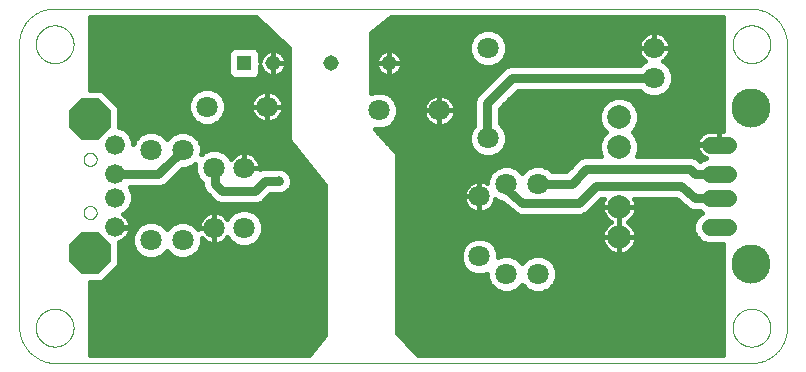
<source format=gbl>
G75*
%MOIN*%
%OFA0B0*%
%FSLAX25Y25*%
%IPPOS*%
%LPD*%
%AMOC8*
5,1,8,0,0,1.08239X$1,22.5*
%
%ADD10C,0.00000*%
%ADD11C,0.07087*%
%ADD12C,0.07874*%
%ADD13R,0.05150X0.05150*%
%ADD14C,0.05150*%
%ADD15C,0.05740*%
%ADD16C,0.13055*%
%ADD17OC8,0.13843*%
%ADD18C,0.06600*%
%ADD19C,0.03150*%
%ADD20C,0.03150*%
%ADD21C,0.02362*%
%ADD22C,0.01600*%
D10*
X0047707Y0015186D02*
X0047707Y0109674D01*
X0047720Y0109949D01*
X0047739Y0110225D01*
X0047765Y0110500D01*
X0047798Y0110774D01*
X0047837Y0111047D01*
X0047883Y0111319D01*
X0047936Y0111590D01*
X0047995Y0111860D01*
X0048061Y0112128D01*
X0048133Y0112395D01*
X0048211Y0112659D01*
X0048296Y0112922D01*
X0048387Y0113183D01*
X0048485Y0113441D01*
X0048588Y0113697D01*
X0048698Y0113950D01*
X0048814Y0114201D01*
X0048936Y0114448D01*
X0049064Y0114693D01*
X0049198Y0114934D01*
X0049337Y0115173D01*
X0049482Y0115407D01*
X0049633Y0115639D01*
X0049790Y0115866D01*
X0049951Y0116090D01*
X0050119Y0116309D01*
X0050291Y0116525D01*
X0050469Y0116736D01*
X0050652Y0116943D01*
X0050839Y0117146D01*
X0051032Y0117344D01*
X0051229Y0117537D01*
X0051431Y0117725D01*
X0051637Y0117909D01*
X0051848Y0118087D01*
X0052063Y0118260D01*
X0052282Y0118428D01*
X0052505Y0118591D01*
X0052732Y0118748D01*
X0052962Y0118900D01*
X0053197Y0119046D01*
X0053434Y0119186D01*
X0053675Y0119321D01*
X0053920Y0119450D01*
X0054167Y0119572D01*
X0054417Y0119689D01*
X0054670Y0119800D01*
X0054925Y0119904D01*
X0055183Y0120003D01*
X0055444Y0120095D01*
X0055706Y0120181D01*
X0055970Y0120260D01*
X0056237Y0120333D01*
X0056504Y0120400D01*
X0056774Y0120460D01*
X0057045Y0120513D01*
X0057317Y0120560D01*
X0057590Y0120601D01*
X0057864Y0120634D01*
X0058139Y0120661D01*
X0058414Y0120682D01*
X0058690Y0120696D01*
X0058966Y0120703D01*
X0059242Y0120703D01*
X0059518Y0120697D01*
X0059518Y0120698D02*
X0291801Y0120698D01*
X0285502Y0108887D02*
X0285504Y0109045D01*
X0285510Y0109203D01*
X0285520Y0109361D01*
X0285534Y0109519D01*
X0285552Y0109676D01*
X0285573Y0109833D01*
X0285599Y0109989D01*
X0285629Y0110145D01*
X0285662Y0110300D01*
X0285700Y0110453D01*
X0285741Y0110606D01*
X0285786Y0110758D01*
X0285835Y0110909D01*
X0285888Y0111058D01*
X0285944Y0111206D01*
X0286004Y0111352D01*
X0286068Y0111497D01*
X0286136Y0111640D01*
X0286207Y0111782D01*
X0286281Y0111922D01*
X0286359Y0112059D01*
X0286441Y0112195D01*
X0286525Y0112329D01*
X0286614Y0112460D01*
X0286705Y0112589D01*
X0286800Y0112716D01*
X0286897Y0112841D01*
X0286998Y0112963D01*
X0287102Y0113082D01*
X0287209Y0113199D01*
X0287319Y0113313D01*
X0287432Y0113424D01*
X0287547Y0113533D01*
X0287665Y0113638D01*
X0287786Y0113740D01*
X0287909Y0113840D01*
X0288035Y0113936D01*
X0288163Y0114029D01*
X0288293Y0114119D01*
X0288426Y0114205D01*
X0288561Y0114289D01*
X0288697Y0114368D01*
X0288836Y0114445D01*
X0288977Y0114517D01*
X0289119Y0114587D01*
X0289263Y0114652D01*
X0289409Y0114714D01*
X0289556Y0114772D01*
X0289705Y0114827D01*
X0289855Y0114878D01*
X0290006Y0114925D01*
X0290158Y0114968D01*
X0290311Y0115007D01*
X0290466Y0115043D01*
X0290621Y0115074D01*
X0290777Y0115102D01*
X0290933Y0115126D01*
X0291090Y0115146D01*
X0291248Y0115162D01*
X0291405Y0115174D01*
X0291564Y0115182D01*
X0291722Y0115186D01*
X0291880Y0115186D01*
X0292038Y0115182D01*
X0292197Y0115174D01*
X0292354Y0115162D01*
X0292512Y0115146D01*
X0292669Y0115126D01*
X0292825Y0115102D01*
X0292981Y0115074D01*
X0293136Y0115043D01*
X0293291Y0115007D01*
X0293444Y0114968D01*
X0293596Y0114925D01*
X0293747Y0114878D01*
X0293897Y0114827D01*
X0294046Y0114772D01*
X0294193Y0114714D01*
X0294339Y0114652D01*
X0294483Y0114587D01*
X0294625Y0114517D01*
X0294766Y0114445D01*
X0294905Y0114368D01*
X0295041Y0114289D01*
X0295176Y0114205D01*
X0295309Y0114119D01*
X0295439Y0114029D01*
X0295567Y0113936D01*
X0295693Y0113840D01*
X0295816Y0113740D01*
X0295937Y0113638D01*
X0296055Y0113533D01*
X0296170Y0113424D01*
X0296283Y0113313D01*
X0296393Y0113199D01*
X0296500Y0113082D01*
X0296604Y0112963D01*
X0296705Y0112841D01*
X0296802Y0112716D01*
X0296897Y0112589D01*
X0296988Y0112460D01*
X0297077Y0112329D01*
X0297161Y0112195D01*
X0297243Y0112059D01*
X0297321Y0111922D01*
X0297395Y0111782D01*
X0297466Y0111640D01*
X0297534Y0111497D01*
X0297598Y0111352D01*
X0297658Y0111206D01*
X0297714Y0111058D01*
X0297767Y0110909D01*
X0297816Y0110758D01*
X0297861Y0110606D01*
X0297902Y0110453D01*
X0297940Y0110300D01*
X0297973Y0110145D01*
X0298003Y0109989D01*
X0298029Y0109833D01*
X0298050Y0109676D01*
X0298068Y0109519D01*
X0298082Y0109361D01*
X0298092Y0109203D01*
X0298098Y0109045D01*
X0298100Y0108887D01*
X0298098Y0108729D01*
X0298092Y0108571D01*
X0298082Y0108413D01*
X0298068Y0108255D01*
X0298050Y0108098D01*
X0298029Y0107941D01*
X0298003Y0107785D01*
X0297973Y0107629D01*
X0297940Y0107474D01*
X0297902Y0107321D01*
X0297861Y0107168D01*
X0297816Y0107016D01*
X0297767Y0106865D01*
X0297714Y0106716D01*
X0297658Y0106568D01*
X0297598Y0106422D01*
X0297534Y0106277D01*
X0297466Y0106134D01*
X0297395Y0105992D01*
X0297321Y0105852D01*
X0297243Y0105715D01*
X0297161Y0105579D01*
X0297077Y0105445D01*
X0296988Y0105314D01*
X0296897Y0105185D01*
X0296802Y0105058D01*
X0296705Y0104933D01*
X0296604Y0104811D01*
X0296500Y0104692D01*
X0296393Y0104575D01*
X0296283Y0104461D01*
X0296170Y0104350D01*
X0296055Y0104241D01*
X0295937Y0104136D01*
X0295816Y0104034D01*
X0295693Y0103934D01*
X0295567Y0103838D01*
X0295439Y0103745D01*
X0295309Y0103655D01*
X0295176Y0103569D01*
X0295041Y0103485D01*
X0294905Y0103406D01*
X0294766Y0103329D01*
X0294625Y0103257D01*
X0294483Y0103187D01*
X0294339Y0103122D01*
X0294193Y0103060D01*
X0294046Y0103002D01*
X0293897Y0102947D01*
X0293747Y0102896D01*
X0293596Y0102849D01*
X0293444Y0102806D01*
X0293291Y0102767D01*
X0293136Y0102731D01*
X0292981Y0102700D01*
X0292825Y0102672D01*
X0292669Y0102648D01*
X0292512Y0102628D01*
X0292354Y0102612D01*
X0292197Y0102600D01*
X0292038Y0102592D01*
X0291880Y0102588D01*
X0291722Y0102588D01*
X0291564Y0102592D01*
X0291405Y0102600D01*
X0291248Y0102612D01*
X0291090Y0102628D01*
X0290933Y0102648D01*
X0290777Y0102672D01*
X0290621Y0102700D01*
X0290466Y0102731D01*
X0290311Y0102767D01*
X0290158Y0102806D01*
X0290006Y0102849D01*
X0289855Y0102896D01*
X0289705Y0102947D01*
X0289556Y0103002D01*
X0289409Y0103060D01*
X0289263Y0103122D01*
X0289119Y0103187D01*
X0288977Y0103257D01*
X0288836Y0103329D01*
X0288697Y0103406D01*
X0288561Y0103485D01*
X0288426Y0103569D01*
X0288293Y0103655D01*
X0288163Y0103745D01*
X0288035Y0103838D01*
X0287909Y0103934D01*
X0287786Y0104034D01*
X0287665Y0104136D01*
X0287547Y0104241D01*
X0287432Y0104350D01*
X0287319Y0104461D01*
X0287209Y0104575D01*
X0287102Y0104692D01*
X0286998Y0104811D01*
X0286897Y0104933D01*
X0286800Y0105058D01*
X0286705Y0105185D01*
X0286614Y0105314D01*
X0286525Y0105445D01*
X0286441Y0105579D01*
X0286359Y0105715D01*
X0286281Y0105852D01*
X0286207Y0105992D01*
X0286136Y0106134D01*
X0286068Y0106277D01*
X0286004Y0106422D01*
X0285944Y0106568D01*
X0285888Y0106716D01*
X0285835Y0106865D01*
X0285786Y0107016D01*
X0285741Y0107168D01*
X0285700Y0107321D01*
X0285662Y0107474D01*
X0285629Y0107629D01*
X0285599Y0107785D01*
X0285573Y0107941D01*
X0285552Y0108098D01*
X0285534Y0108255D01*
X0285520Y0108413D01*
X0285510Y0108571D01*
X0285504Y0108729D01*
X0285502Y0108887D01*
X0291801Y0120698D02*
X0292086Y0120695D01*
X0292372Y0120684D01*
X0292657Y0120667D01*
X0292941Y0120643D01*
X0293225Y0120612D01*
X0293508Y0120574D01*
X0293789Y0120529D01*
X0294070Y0120478D01*
X0294350Y0120420D01*
X0294628Y0120355D01*
X0294904Y0120283D01*
X0295178Y0120205D01*
X0295451Y0120120D01*
X0295721Y0120028D01*
X0295989Y0119930D01*
X0296255Y0119826D01*
X0296518Y0119715D01*
X0296778Y0119598D01*
X0297036Y0119475D01*
X0297290Y0119345D01*
X0297541Y0119209D01*
X0297789Y0119068D01*
X0298033Y0118920D01*
X0298274Y0118767D01*
X0298510Y0118607D01*
X0298743Y0118442D01*
X0298972Y0118272D01*
X0299197Y0118096D01*
X0299417Y0117914D01*
X0299633Y0117728D01*
X0299844Y0117536D01*
X0300051Y0117339D01*
X0300253Y0117137D01*
X0300450Y0116930D01*
X0300642Y0116719D01*
X0300828Y0116503D01*
X0301010Y0116283D01*
X0301186Y0116058D01*
X0301356Y0115829D01*
X0301521Y0115596D01*
X0301681Y0115360D01*
X0301834Y0115119D01*
X0301982Y0114875D01*
X0302123Y0114627D01*
X0302259Y0114376D01*
X0302389Y0114122D01*
X0302512Y0113864D01*
X0302629Y0113604D01*
X0302740Y0113341D01*
X0302844Y0113075D01*
X0302942Y0112807D01*
X0303034Y0112537D01*
X0303119Y0112264D01*
X0303197Y0111990D01*
X0303269Y0111714D01*
X0303334Y0111436D01*
X0303392Y0111156D01*
X0303443Y0110875D01*
X0303488Y0110594D01*
X0303526Y0110311D01*
X0303557Y0110027D01*
X0303581Y0109743D01*
X0303598Y0109458D01*
X0303609Y0109172D01*
X0303612Y0108887D01*
X0303612Y0014398D01*
X0285502Y0014398D02*
X0285504Y0014556D01*
X0285510Y0014714D01*
X0285520Y0014872D01*
X0285534Y0015030D01*
X0285552Y0015187D01*
X0285573Y0015344D01*
X0285599Y0015500D01*
X0285629Y0015656D01*
X0285662Y0015811D01*
X0285700Y0015964D01*
X0285741Y0016117D01*
X0285786Y0016269D01*
X0285835Y0016420D01*
X0285888Y0016569D01*
X0285944Y0016717D01*
X0286004Y0016863D01*
X0286068Y0017008D01*
X0286136Y0017151D01*
X0286207Y0017293D01*
X0286281Y0017433D01*
X0286359Y0017570D01*
X0286441Y0017706D01*
X0286525Y0017840D01*
X0286614Y0017971D01*
X0286705Y0018100D01*
X0286800Y0018227D01*
X0286897Y0018352D01*
X0286998Y0018474D01*
X0287102Y0018593D01*
X0287209Y0018710D01*
X0287319Y0018824D01*
X0287432Y0018935D01*
X0287547Y0019044D01*
X0287665Y0019149D01*
X0287786Y0019251D01*
X0287909Y0019351D01*
X0288035Y0019447D01*
X0288163Y0019540D01*
X0288293Y0019630D01*
X0288426Y0019716D01*
X0288561Y0019800D01*
X0288697Y0019879D01*
X0288836Y0019956D01*
X0288977Y0020028D01*
X0289119Y0020098D01*
X0289263Y0020163D01*
X0289409Y0020225D01*
X0289556Y0020283D01*
X0289705Y0020338D01*
X0289855Y0020389D01*
X0290006Y0020436D01*
X0290158Y0020479D01*
X0290311Y0020518D01*
X0290466Y0020554D01*
X0290621Y0020585D01*
X0290777Y0020613D01*
X0290933Y0020637D01*
X0291090Y0020657D01*
X0291248Y0020673D01*
X0291405Y0020685D01*
X0291564Y0020693D01*
X0291722Y0020697D01*
X0291880Y0020697D01*
X0292038Y0020693D01*
X0292197Y0020685D01*
X0292354Y0020673D01*
X0292512Y0020657D01*
X0292669Y0020637D01*
X0292825Y0020613D01*
X0292981Y0020585D01*
X0293136Y0020554D01*
X0293291Y0020518D01*
X0293444Y0020479D01*
X0293596Y0020436D01*
X0293747Y0020389D01*
X0293897Y0020338D01*
X0294046Y0020283D01*
X0294193Y0020225D01*
X0294339Y0020163D01*
X0294483Y0020098D01*
X0294625Y0020028D01*
X0294766Y0019956D01*
X0294905Y0019879D01*
X0295041Y0019800D01*
X0295176Y0019716D01*
X0295309Y0019630D01*
X0295439Y0019540D01*
X0295567Y0019447D01*
X0295693Y0019351D01*
X0295816Y0019251D01*
X0295937Y0019149D01*
X0296055Y0019044D01*
X0296170Y0018935D01*
X0296283Y0018824D01*
X0296393Y0018710D01*
X0296500Y0018593D01*
X0296604Y0018474D01*
X0296705Y0018352D01*
X0296802Y0018227D01*
X0296897Y0018100D01*
X0296988Y0017971D01*
X0297077Y0017840D01*
X0297161Y0017706D01*
X0297243Y0017570D01*
X0297321Y0017433D01*
X0297395Y0017293D01*
X0297466Y0017151D01*
X0297534Y0017008D01*
X0297598Y0016863D01*
X0297658Y0016717D01*
X0297714Y0016569D01*
X0297767Y0016420D01*
X0297816Y0016269D01*
X0297861Y0016117D01*
X0297902Y0015964D01*
X0297940Y0015811D01*
X0297973Y0015656D01*
X0298003Y0015500D01*
X0298029Y0015344D01*
X0298050Y0015187D01*
X0298068Y0015030D01*
X0298082Y0014872D01*
X0298092Y0014714D01*
X0298098Y0014556D01*
X0298100Y0014398D01*
X0298098Y0014240D01*
X0298092Y0014082D01*
X0298082Y0013924D01*
X0298068Y0013766D01*
X0298050Y0013609D01*
X0298029Y0013452D01*
X0298003Y0013296D01*
X0297973Y0013140D01*
X0297940Y0012985D01*
X0297902Y0012832D01*
X0297861Y0012679D01*
X0297816Y0012527D01*
X0297767Y0012376D01*
X0297714Y0012227D01*
X0297658Y0012079D01*
X0297598Y0011933D01*
X0297534Y0011788D01*
X0297466Y0011645D01*
X0297395Y0011503D01*
X0297321Y0011363D01*
X0297243Y0011226D01*
X0297161Y0011090D01*
X0297077Y0010956D01*
X0296988Y0010825D01*
X0296897Y0010696D01*
X0296802Y0010569D01*
X0296705Y0010444D01*
X0296604Y0010322D01*
X0296500Y0010203D01*
X0296393Y0010086D01*
X0296283Y0009972D01*
X0296170Y0009861D01*
X0296055Y0009752D01*
X0295937Y0009647D01*
X0295816Y0009545D01*
X0295693Y0009445D01*
X0295567Y0009349D01*
X0295439Y0009256D01*
X0295309Y0009166D01*
X0295176Y0009080D01*
X0295041Y0008996D01*
X0294905Y0008917D01*
X0294766Y0008840D01*
X0294625Y0008768D01*
X0294483Y0008698D01*
X0294339Y0008633D01*
X0294193Y0008571D01*
X0294046Y0008513D01*
X0293897Y0008458D01*
X0293747Y0008407D01*
X0293596Y0008360D01*
X0293444Y0008317D01*
X0293291Y0008278D01*
X0293136Y0008242D01*
X0292981Y0008211D01*
X0292825Y0008183D01*
X0292669Y0008159D01*
X0292512Y0008139D01*
X0292354Y0008123D01*
X0292197Y0008111D01*
X0292038Y0008103D01*
X0291880Y0008099D01*
X0291722Y0008099D01*
X0291564Y0008103D01*
X0291405Y0008111D01*
X0291248Y0008123D01*
X0291090Y0008139D01*
X0290933Y0008159D01*
X0290777Y0008183D01*
X0290621Y0008211D01*
X0290466Y0008242D01*
X0290311Y0008278D01*
X0290158Y0008317D01*
X0290006Y0008360D01*
X0289855Y0008407D01*
X0289705Y0008458D01*
X0289556Y0008513D01*
X0289409Y0008571D01*
X0289263Y0008633D01*
X0289119Y0008698D01*
X0288977Y0008768D01*
X0288836Y0008840D01*
X0288697Y0008917D01*
X0288561Y0008996D01*
X0288426Y0009080D01*
X0288293Y0009166D01*
X0288163Y0009256D01*
X0288035Y0009349D01*
X0287909Y0009445D01*
X0287786Y0009545D01*
X0287665Y0009647D01*
X0287547Y0009752D01*
X0287432Y0009861D01*
X0287319Y0009972D01*
X0287209Y0010086D01*
X0287102Y0010203D01*
X0286998Y0010322D01*
X0286897Y0010444D01*
X0286800Y0010569D01*
X0286705Y0010696D01*
X0286614Y0010825D01*
X0286525Y0010956D01*
X0286441Y0011090D01*
X0286359Y0011226D01*
X0286281Y0011363D01*
X0286207Y0011503D01*
X0286136Y0011645D01*
X0286068Y0011788D01*
X0286004Y0011933D01*
X0285944Y0012079D01*
X0285888Y0012227D01*
X0285835Y0012376D01*
X0285786Y0012527D01*
X0285741Y0012679D01*
X0285700Y0012832D01*
X0285662Y0012985D01*
X0285629Y0013140D01*
X0285599Y0013296D01*
X0285573Y0013452D01*
X0285552Y0013609D01*
X0285534Y0013766D01*
X0285520Y0013924D01*
X0285510Y0014082D01*
X0285504Y0014240D01*
X0285502Y0014398D01*
X0291801Y0002587D02*
X0292086Y0002590D01*
X0292372Y0002601D01*
X0292657Y0002618D01*
X0292941Y0002642D01*
X0293225Y0002673D01*
X0293508Y0002711D01*
X0293789Y0002756D01*
X0294070Y0002807D01*
X0294350Y0002865D01*
X0294628Y0002930D01*
X0294904Y0003002D01*
X0295178Y0003080D01*
X0295451Y0003165D01*
X0295721Y0003257D01*
X0295989Y0003355D01*
X0296255Y0003459D01*
X0296518Y0003570D01*
X0296778Y0003687D01*
X0297036Y0003810D01*
X0297290Y0003940D01*
X0297541Y0004076D01*
X0297789Y0004217D01*
X0298033Y0004365D01*
X0298274Y0004518D01*
X0298510Y0004678D01*
X0298743Y0004843D01*
X0298972Y0005013D01*
X0299197Y0005189D01*
X0299417Y0005371D01*
X0299633Y0005557D01*
X0299844Y0005749D01*
X0300051Y0005946D01*
X0300253Y0006148D01*
X0300450Y0006355D01*
X0300642Y0006566D01*
X0300828Y0006782D01*
X0301010Y0007002D01*
X0301186Y0007227D01*
X0301356Y0007456D01*
X0301521Y0007689D01*
X0301681Y0007925D01*
X0301834Y0008166D01*
X0301982Y0008410D01*
X0302123Y0008658D01*
X0302259Y0008909D01*
X0302389Y0009163D01*
X0302512Y0009421D01*
X0302629Y0009681D01*
X0302740Y0009944D01*
X0302844Y0010210D01*
X0302942Y0010478D01*
X0303034Y0010748D01*
X0303119Y0011021D01*
X0303197Y0011295D01*
X0303269Y0011571D01*
X0303334Y0011849D01*
X0303392Y0012129D01*
X0303443Y0012410D01*
X0303488Y0012691D01*
X0303526Y0012974D01*
X0303557Y0013258D01*
X0303581Y0013542D01*
X0303598Y0013827D01*
X0303609Y0014113D01*
X0303612Y0014398D01*
X0291801Y0002587D02*
X0059518Y0002587D01*
X0053219Y0014398D02*
X0053221Y0014556D01*
X0053227Y0014714D01*
X0053237Y0014872D01*
X0053251Y0015030D01*
X0053269Y0015187D01*
X0053290Y0015344D01*
X0053316Y0015500D01*
X0053346Y0015656D01*
X0053379Y0015811D01*
X0053417Y0015964D01*
X0053458Y0016117D01*
X0053503Y0016269D01*
X0053552Y0016420D01*
X0053605Y0016569D01*
X0053661Y0016717D01*
X0053721Y0016863D01*
X0053785Y0017008D01*
X0053853Y0017151D01*
X0053924Y0017293D01*
X0053998Y0017433D01*
X0054076Y0017570D01*
X0054158Y0017706D01*
X0054242Y0017840D01*
X0054331Y0017971D01*
X0054422Y0018100D01*
X0054517Y0018227D01*
X0054614Y0018352D01*
X0054715Y0018474D01*
X0054819Y0018593D01*
X0054926Y0018710D01*
X0055036Y0018824D01*
X0055149Y0018935D01*
X0055264Y0019044D01*
X0055382Y0019149D01*
X0055503Y0019251D01*
X0055626Y0019351D01*
X0055752Y0019447D01*
X0055880Y0019540D01*
X0056010Y0019630D01*
X0056143Y0019716D01*
X0056278Y0019800D01*
X0056414Y0019879D01*
X0056553Y0019956D01*
X0056694Y0020028D01*
X0056836Y0020098D01*
X0056980Y0020163D01*
X0057126Y0020225D01*
X0057273Y0020283D01*
X0057422Y0020338D01*
X0057572Y0020389D01*
X0057723Y0020436D01*
X0057875Y0020479D01*
X0058028Y0020518D01*
X0058183Y0020554D01*
X0058338Y0020585D01*
X0058494Y0020613D01*
X0058650Y0020637D01*
X0058807Y0020657D01*
X0058965Y0020673D01*
X0059122Y0020685D01*
X0059281Y0020693D01*
X0059439Y0020697D01*
X0059597Y0020697D01*
X0059755Y0020693D01*
X0059914Y0020685D01*
X0060071Y0020673D01*
X0060229Y0020657D01*
X0060386Y0020637D01*
X0060542Y0020613D01*
X0060698Y0020585D01*
X0060853Y0020554D01*
X0061008Y0020518D01*
X0061161Y0020479D01*
X0061313Y0020436D01*
X0061464Y0020389D01*
X0061614Y0020338D01*
X0061763Y0020283D01*
X0061910Y0020225D01*
X0062056Y0020163D01*
X0062200Y0020098D01*
X0062342Y0020028D01*
X0062483Y0019956D01*
X0062622Y0019879D01*
X0062758Y0019800D01*
X0062893Y0019716D01*
X0063026Y0019630D01*
X0063156Y0019540D01*
X0063284Y0019447D01*
X0063410Y0019351D01*
X0063533Y0019251D01*
X0063654Y0019149D01*
X0063772Y0019044D01*
X0063887Y0018935D01*
X0064000Y0018824D01*
X0064110Y0018710D01*
X0064217Y0018593D01*
X0064321Y0018474D01*
X0064422Y0018352D01*
X0064519Y0018227D01*
X0064614Y0018100D01*
X0064705Y0017971D01*
X0064794Y0017840D01*
X0064878Y0017706D01*
X0064960Y0017570D01*
X0065038Y0017433D01*
X0065112Y0017293D01*
X0065183Y0017151D01*
X0065251Y0017008D01*
X0065315Y0016863D01*
X0065375Y0016717D01*
X0065431Y0016569D01*
X0065484Y0016420D01*
X0065533Y0016269D01*
X0065578Y0016117D01*
X0065619Y0015964D01*
X0065657Y0015811D01*
X0065690Y0015656D01*
X0065720Y0015500D01*
X0065746Y0015344D01*
X0065767Y0015187D01*
X0065785Y0015030D01*
X0065799Y0014872D01*
X0065809Y0014714D01*
X0065815Y0014556D01*
X0065817Y0014398D01*
X0065815Y0014240D01*
X0065809Y0014082D01*
X0065799Y0013924D01*
X0065785Y0013766D01*
X0065767Y0013609D01*
X0065746Y0013452D01*
X0065720Y0013296D01*
X0065690Y0013140D01*
X0065657Y0012985D01*
X0065619Y0012832D01*
X0065578Y0012679D01*
X0065533Y0012527D01*
X0065484Y0012376D01*
X0065431Y0012227D01*
X0065375Y0012079D01*
X0065315Y0011933D01*
X0065251Y0011788D01*
X0065183Y0011645D01*
X0065112Y0011503D01*
X0065038Y0011363D01*
X0064960Y0011226D01*
X0064878Y0011090D01*
X0064794Y0010956D01*
X0064705Y0010825D01*
X0064614Y0010696D01*
X0064519Y0010569D01*
X0064422Y0010444D01*
X0064321Y0010322D01*
X0064217Y0010203D01*
X0064110Y0010086D01*
X0064000Y0009972D01*
X0063887Y0009861D01*
X0063772Y0009752D01*
X0063654Y0009647D01*
X0063533Y0009545D01*
X0063410Y0009445D01*
X0063284Y0009349D01*
X0063156Y0009256D01*
X0063026Y0009166D01*
X0062893Y0009080D01*
X0062758Y0008996D01*
X0062622Y0008917D01*
X0062483Y0008840D01*
X0062342Y0008768D01*
X0062200Y0008698D01*
X0062056Y0008633D01*
X0061910Y0008571D01*
X0061763Y0008513D01*
X0061614Y0008458D01*
X0061464Y0008407D01*
X0061313Y0008360D01*
X0061161Y0008317D01*
X0061008Y0008278D01*
X0060853Y0008242D01*
X0060698Y0008211D01*
X0060542Y0008183D01*
X0060386Y0008159D01*
X0060229Y0008139D01*
X0060071Y0008123D01*
X0059914Y0008111D01*
X0059755Y0008103D01*
X0059597Y0008099D01*
X0059439Y0008099D01*
X0059281Y0008103D01*
X0059122Y0008111D01*
X0058965Y0008123D01*
X0058807Y0008139D01*
X0058650Y0008159D01*
X0058494Y0008183D01*
X0058338Y0008211D01*
X0058183Y0008242D01*
X0058028Y0008278D01*
X0057875Y0008317D01*
X0057723Y0008360D01*
X0057572Y0008407D01*
X0057422Y0008458D01*
X0057273Y0008513D01*
X0057126Y0008571D01*
X0056980Y0008633D01*
X0056836Y0008698D01*
X0056694Y0008768D01*
X0056553Y0008840D01*
X0056414Y0008917D01*
X0056278Y0008996D01*
X0056143Y0009080D01*
X0056010Y0009166D01*
X0055880Y0009256D01*
X0055752Y0009349D01*
X0055626Y0009445D01*
X0055503Y0009545D01*
X0055382Y0009647D01*
X0055264Y0009752D01*
X0055149Y0009861D01*
X0055036Y0009972D01*
X0054926Y0010086D01*
X0054819Y0010203D01*
X0054715Y0010322D01*
X0054614Y0010444D01*
X0054517Y0010569D01*
X0054422Y0010696D01*
X0054331Y0010825D01*
X0054242Y0010956D01*
X0054158Y0011090D01*
X0054076Y0011226D01*
X0053998Y0011363D01*
X0053924Y0011503D01*
X0053853Y0011645D01*
X0053785Y0011788D01*
X0053721Y0011933D01*
X0053661Y0012079D01*
X0053605Y0012227D01*
X0053552Y0012376D01*
X0053503Y0012527D01*
X0053458Y0012679D01*
X0053417Y0012832D01*
X0053379Y0012985D01*
X0053346Y0013140D01*
X0053316Y0013296D01*
X0053290Y0013452D01*
X0053269Y0013609D01*
X0053251Y0013766D01*
X0053237Y0013924D01*
X0053227Y0014082D01*
X0053221Y0014240D01*
X0053219Y0014398D01*
X0047706Y0015186D02*
X0047700Y0014891D01*
X0047702Y0014596D01*
X0047710Y0014301D01*
X0047725Y0014006D01*
X0047748Y0013712D01*
X0047778Y0013418D01*
X0047814Y0013125D01*
X0047858Y0012834D01*
X0047909Y0012543D01*
X0047967Y0012253D01*
X0048032Y0011966D01*
X0048103Y0011679D01*
X0048182Y0011395D01*
X0048268Y0011113D01*
X0048360Y0010832D01*
X0048459Y0010554D01*
X0048565Y0010279D01*
X0048677Y0010006D01*
X0048796Y0009736D01*
X0048921Y0009469D01*
X0049053Y0009205D01*
X0049191Y0008944D01*
X0049336Y0008687D01*
X0049486Y0008433D01*
X0049643Y0008183D01*
X0049806Y0007937D01*
X0049974Y0007695D01*
X0050149Y0007457D01*
X0050329Y0007223D01*
X0050515Y0006994D01*
X0050706Y0006769D01*
X0050902Y0006549D01*
X0051104Y0006333D01*
X0051311Y0006123D01*
X0051523Y0005918D01*
X0051740Y0005718D01*
X0051962Y0005523D01*
X0052188Y0005333D01*
X0052419Y0005150D01*
X0052654Y0004971D01*
X0052893Y0004799D01*
X0053137Y0004632D01*
X0053384Y0004472D01*
X0053636Y0004317D01*
X0053891Y0004168D01*
X0054149Y0004026D01*
X0054411Y0003890D01*
X0054676Y0003760D01*
X0054944Y0003637D01*
X0055215Y0003520D01*
X0055489Y0003410D01*
X0055765Y0003306D01*
X0056044Y0003210D01*
X0056325Y0003119D01*
X0056608Y0003036D01*
X0056893Y0002960D01*
X0057180Y0002890D01*
X0057468Y0002828D01*
X0057758Y0002772D01*
X0058049Y0002724D01*
X0058341Y0002682D01*
X0058634Y0002648D01*
X0058928Y0002621D01*
X0059223Y0002600D01*
X0059517Y0002587D01*
X0069164Y0052784D02*
X0069166Y0052877D01*
X0069172Y0052969D01*
X0069182Y0053061D01*
X0069196Y0053152D01*
X0069213Y0053243D01*
X0069235Y0053333D01*
X0069260Y0053422D01*
X0069289Y0053510D01*
X0069322Y0053596D01*
X0069359Y0053681D01*
X0069399Y0053765D01*
X0069443Y0053846D01*
X0069490Y0053926D01*
X0069540Y0054004D01*
X0069594Y0054079D01*
X0069651Y0054152D01*
X0069711Y0054222D01*
X0069774Y0054290D01*
X0069840Y0054355D01*
X0069908Y0054417D01*
X0069979Y0054477D01*
X0070053Y0054533D01*
X0070129Y0054586D01*
X0070207Y0054635D01*
X0070287Y0054682D01*
X0070369Y0054724D01*
X0070453Y0054764D01*
X0070538Y0054799D01*
X0070625Y0054831D01*
X0070713Y0054860D01*
X0070802Y0054884D01*
X0070892Y0054905D01*
X0070983Y0054921D01*
X0071075Y0054934D01*
X0071167Y0054943D01*
X0071260Y0054948D01*
X0071352Y0054949D01*
X0071445Y0054946D01*
X0071537Y0054939D01*
X0071629Y0054928D01*
X0071720Y0054913D01*
X0071811Y0054895D01*
X0071901Y0054872D01*
X0071989Y0054846D01*
X0072077Y0054816D01*
X0072163Y0054782D01*
X0072247Y0054745D01*
X0072330Y0054703D01*
X0072411Y0054659D01*
X0072491Y0054611D01*
X0072568Y0054560D01*
X0072642Y0054505D01*
X0072715Y0054447D01*
X0072785Y0054387D01*
X0072852Y0054323D01*
X0072916Y0054257D01*
X0072978Y0054187D01*
X0073036Y0054116D01*
X0073091Y0054042D01*
X0073143Y0053965D01*
X0073192Y0053886D01*
X0073238Y0053806D01*
X0073280Y0053723D01*
X0073318Y0053639D01*
X0073353Y0053553D01*
X0073384Y0053466D01*
X0073411Y0053378D01*
X0073434Y0053288D01*
X0073454Y0053198D01*
X0073470Y0053107D01*
X0073482Y0053015D01*
X0073490Y0052923D01*
X0073494Y0052830D01*
X0073494Y0052738D01*
X0073490Y0052645D01*
X0073482Y0052553D01*
X0073470Y0052461D01*
X0073454Y0052370D01*
X0073434Y0052280D01*
X0073411Y0052190D01*
X0073384Y0052102D01*
X0073353Y0052015D01*
X0073318Y0051929D01*
X0073280Y0051845D01*
X0073238Y0051762D01*
X0073192Y0051682D01*
X0073143Y0051603D01*
X0073091Y0051526D01*
X0073036Y0051452D01*
X0072978Y0051381D01*
X0072916Y0051311D01*
X0072852Y0051245D01*
X0072785Y0051181D01*
X0072715Y0051121D01*
X0072642Y0051063D01*
X0072568Y0051008D01*
X0072491Y0050957D01*
X0072412Y0050909D01*
X0072330Y0050865D01*
X0072247Y0050823D01*
X0072163Y0050786D01*
X0072077Y0050752D01*
X0071989Y0050722D01*
X0071901Y0050696D01*
X0071811Y0050673D01*
X0071720Y0050655D01*
X0071629Y0050640D01*
X0071537Y0050629D01*
X0071445Y0050622D01*
X0071352Y0050619D01*
X0071260Y0050620D01*
X0071167Y0050625D01*
X0071075Y0050634D01*
X0070983Y0050647D01*
X0070892Y0050663D01*
X0070802Y0050684D01*
X0070713Y0050708D01*
X0070625Y0050737D01*
X0070538Y0050769D01*
X0070453Y0050804D01*
X0070369Y0050844D01*
X0070287Y0050886D01*
X0070207Y0050933D01*
X0070129Y0050982D01*
X0070053Y0051035D01*
X0069979Y0051091D01*
X0069908Y0051151D01*
X0069840Y0051213D01*
X0069774Y0051278D01*
X0069711Y0051346D01*
X0069651Y0051416D01*
X0069594Y0051489D01*
X0069540Y0051564D01*
X0069490Y0051642D01*
X0069443Y0051722D01*
X0069399Y0051803D01*
X0069359Y0051887D01*
X0069322Y0051972D01*
X0069289Y0052058D01*
X0069260Y0052146D01*
X0069235Y0052235D01*
X0069213Y0052325D01*
X0069196Y0052416D01*
X0069182Y0052507D01*
X0069172Y0052599D01*
X0069166Y0052691D01*
X0069164Y0052784D01*
X0069164Y0070501D02*
X0069166Y0070594D01*
X0069172Y0070686D01*
X0069182Y0070778D01*
X0069196Y0070869D01*
X0069213Y0070960D01*
X0069235Y0071050D01*
X0069260Y0071139D01*
X0069289Y0071227D01*
X0069322Y0071313D01*
X0069359Y0071398D01*
X0069399Y0071482D01*
X0069443Y0071563D01*
X0069490Y0071643D01*
X0069540Y0071721D01*
X0069594Y0071796D01*
X0069651Y0071869D01*
X0069711Y0071939D01*
X0069774Y0072007D01*
X0069840Y0072072D01*
X0069908Y0072134D01*
X0069979Y0072194D01*
X0070053Y0072250D01*
X0070129Y0072303D01*
X0070207Y0072352D01*
X0070287Y0072399D01*
X0070369Y0072441D01*
X0070453Y0072481D01*
X0070538Y0072516D01*
X0070625Y0072548D01*
X0070713Y0072577D01*
X0070802Y0072601D01*
X0070892Y0072622D01*
X0070983Y0072638D01*
X0071075Y0072651D01*
X0071167Y0072660D01*
X0071260Y0072665D01*
X0071352Y0072666D01*
X0071445Y0072663D01*
X0071537Y0072656D01*
X0071629Y0072645D01*
X0071720Y0072630D01*
X0071811Y0072612D01*
X0071901Y0072589D01*
X0071989Y0072563D01*
X0072077Y0072533D01*
X0072163Y0072499D01*
X0072247Y0072462D01*
X0072330Y0072420D01*
X0072411Y0072376D01*
X0072491Y0072328D01*
X0072568Y0072277D01*
X0072642Y0072222D01*
X0072715Y0072164D01*
X0072785Y0072104D01*
X0072852Y0072040D01*
X0072916Y0071974D01*
X0072978Y0071904D01*
X0073036Y0071833D01*
X0073091Y0071759D01*
X0073143Y0071682D01*
X0073192Y0071603D01*
X0073238Y0071523D01*
X0073280Y0071440D01*
X0073318Y0071356D01*
X0073353Y0071270D01*
X0073384Y0071183D01*
X0073411Y0071095D01*
X0073434Y0071005D01*
X0073454Y0070915D01*
X0073470Y0070824D01*
X0073482Y0070732D01*
X0073490Y0070640D01*
X0073494Y0070547D01*
X0073494Y0070455D01*
X0073490Y0070362D01*
X0073482Y0070270D01*
X0073470Y0070178D01*
X0073454Y0070087D01*
X0073434Y0069997D01*
X0073411Y0069907D01*
X0073384Y0069819D01*
X0073353Y0069732D01*
X0073318Y0069646D01*
X0073280Y0069562D01*
X0073238Y0069479D01*
X0073192Y0069399D01*
X0073143Y0069320D01*
X0073091Y0069243D01*
X0073036Y0069169D01*
X0072978Y0069098D01*
X0072916Y0069028D01*
X0072852Y0068962D01*
X0072785Y0068898D01*
X0072715Y0068838D01*
X0072642Y0068780D01*
X0072568Y0068725D01*
X0072491Y0068674D01*
X0072412Y0068626D01*
X0072330Y0068582D01*
X0072247Y0068540D01*
X0072163Y0068503D01*
X0072077Y0068469D01*
X0071989Y0068439D01*
X0071901Y0068413D01*
X0071811Y0068390D01*
X0071720Y0068372D01*
X0071629Y0068357D01*
X0071537Y0068346D01*
X0071445Y0068339D01*
X0071352Y0068336D01*
X0071260Y0068337D01*
X0071167Y0068342D01*
X0071075Y0068351D01*
X0070983Y0068364D01*
X0070892Y0068380D01*
X0070802Y0068401D01*
X0070713Y0068425D01*
X0070625Y0068454D01*
X0070538Y0068486D01*
X0070453Y0068521D01*
X0070369Y0068561D01*
X0070287Y0068603D01*
X0070207Y0068650D01*
X0070129Y0068699D01*
X0070053Y0068752D01*
X0069979Y0068808D01*
X0069908Y0068868D01*
X0069840Y0068930D01*
X0069774Y0068995D01*
X0069711Y0069063D01*
X0069651Y0069133D01*
X0069594Y0069206D01*
X0069540Y0069281D01*
X0069490Y0069359D01*
X0069443Y0069439D01*
X0069399Y0069520D01*
X0069359Y0069604D01*
X0069322Y0069689D01*
X0069289Y0069775D01*
X0069260Y0069863D01*
X0069235Y0069952D01*
X0069213Y0070042D01*
X0069196Y0070133D01*
X0069182Y0070224D01*
X0069172Y0070316D01*
X0069166Y0070408D01*
X0069164Y0070501D01*
X0053219Y0108887D02*
X0053221Y0109045D01*
X0053227Y0109203D01*
X0053237Y0109361D01*
X0053251Y0109519D01*
X0053269Y0109676D01*
X0053290Y0109833D01*
X0053316Y0109989D01*
X0053346Y0110145D01*
X0053379Y0110300D01*
X0053417Y0110453D01*
X0053458Y0110606D01*
X0053503Y0110758D01*
X0053552Y0110909D01*
X0053605Y0111058D01*
X0053661Y0111206D01*
X0053721Y0111352D01*
X0053785Y0111497D01*
X0053853Y0111640D01*
X0053924Y0111782D01*
X0053998Y0111922D01*
X0054076Y0112059D01*
X0054158Y0112195D01*
X0054242Y0112329D01*
X0054331Y0112460D01*
X0054422Y0112589D01*
X0054517Y0112716D01*
X0054614Y0112841D01*
X0054715Y0112963D01*
X0054819Y0113082D01*
X0054926Y0113199D01*
X0055036Y0113313D01*
X0055149Y0113424D01*
X0055264Y0113533D01*
X0055382Y0113638D01*
X0055503Y0113740D01*
X0055626Y0113840D01*
X0055752Y0113936D01*
X0055880Y0114029D01*
X0056010Y0114119D01*
X0056143Y0114205D01*
X0056278Y0114289D01*
X0056414Y0114368D01*
X0056553Y0114445D01*
X0056694Y0114517D01*
X0056836Y0114587D01*
X0056980Y0114652D01*
X0057126Y0114714D01*
X0057273Y0114772D01*
X0057422Y0114827D01*
X0057572Y0114878D01*
X0057723Y0114925D01*
X0057875Y0114968D01*
X0058028Y0115007D01*
X0058183Y0115043D01*
X0058338Y0115074D01*
X0058494Y0115102D01*
X0058650Y0115126D01*
X0058807Y0115146D01*
X0058965Y0115162D01*
X0059122Y0115174D01*
X0059281Y0115182D01*
X0059439Y0115186D01*
X0059597Y0115186D01*
X0059755Y0115182D01*
X0059914Y0115174D01*
X0060071Y0115162D01*
X0060229Y0115146D01*
X0060386Y0115126D01*
X0060542Y0115102D01*
X0060698Y0115074D01*
X0060853Y0115043D01*
X0061008Y0115007D01*
X0061161Y0114968D01*
X0061313Y0114925D01*
X0061464Y0114878D01*
X0061614Y0114827D01*
X0061763Y0114772D01*
X0061910Y0114714D01*
X0062056Y0114652D01*
X0062200Y0114587D01*
X0062342Y0114517D01*
X0062483Y0114445D01*
X0062622Y0114368D01*
X0062758Y0114289D01*
X0062893Y0114205D01*
X0063026Y0114119D01*
X0063156Y0114029D01*
X0063284Y0113936D01*
X0063410Y0113840D01*
X0063533Y0113740D01*
X0063654Y0113638D01*
X0063772Y0113533D01*
X0063887Y0113424D01*
X0064000Y0113313D01*
X0064110Y0113199D01*
X0064217Y0113082D01*
X0064321Y0112963D01*
X0064422Y0112841D01*
X0064519Y0112716D01*
X0064614Y0112589D01*
X0064705Y0112460D01*
X0064794Y0112329D01*
X0064878Y0112195D01*
X0064960Y0112059D01*
X0065038Y0111922D01*
X0065112Y0111782D01*
X0065183Y0111640D01*
X0065251Y0111497D01*
X0065315Y0111352D01*
X0065375Y0111206D01*
X0065431Y0111058D01*
X0065484Y0110909D01*
X0065533Y0110758D01*
X0065578Y0110606D01*
X0065619Y0110453D01*
X0065657Y0110300D01*
X0065690Y0110145D01*
X0065720Y0109989D01*
X0065746Y0109833D01*
X0065767Y0109676D01*
X0065785Y0109519D01*
X0065799Y0109361D01*
X0065809Y0109203D01*
X0065815Y0109045D01*
X0065817Y0108887D01*
X0065815Y0108729D01*
X0065809Y0108571D01*
X0065799Y0108413D01*
X0065785Y0108255D01*
X0065767Y0108098D01*
X0065746Y0107941D01*
X0065720Y0107785D01*
X0065690Y0107629D01*
X0065657Y0107474D01*
X0065619Y0107321D01*
X0065578Y0107168D01*
X0065533Y0107016D01*
X0065484Y0106865D01*
X0065431Y0106716D01*
X0065375Y0106568D01*
X0065315Y0106422D01*
X0065251Y0106277D01*
X0065183Y0106134D01*
X0065112Y0105992D01*
X0065038Y0105852D01*
X0064960Y0105715D01*
X0064878Y0105579D01*
X0064794Y0105445D01*
X0064705Y0105314D01*
X0064614Y0105185D01*
X0064519Y0105058D01*
X0064422Y0104933D01*
X0064321Y0104811D01*
X0064217Y0104692D01*
X0064110Y0104575D01*
X0064000Y0104461D01*
X0063887Y0104350D01*
X0063772Y0104241D01*
X0063654Y0104136D01*
X0063533Y0104034D01*
X0063410Y0103934D01*
X0063284Y0103838D01*
X0063156Y0103745D01*
X0063026Y0103655D01*
X0062893Y0103569D01*
X0062758Y0103485D01*
X0062622Y0103406D01*
X0062483Y0103329D01*
X0062342Y0103257D01*
X0062200Y0103187D01*
X0062056Y0103122D01*
X0061910Y0103060D01*
X0061763Y0103002D01*
X0061614Y0102947D01*
X0061464Y0102896D01*
X0061313Y0102849D01*
X0061161Y0102806D01*
X0061008Y0102767D01*
X0060853Y0102731D01*
X0060698Y0102700D01*
X0060542Y0102672D01*
X0060386Y0102648D01*
X0060229Y0102628D01*
X0060071Y0102612D01*
X0059914Y0102600D01*
X0059755Y0102592D01*
X0059597Y0102588D01*
X0059439Y0102588D01*
X0059281Y0102592D01*
X0059122Y0102600D01*
X0058965Y0102612D01*
X0058807Y0102628D01*
X0058650Y0102648D01*
X0058494Y0102672D01*
X0058338Y0102700D01*
X0058183Y0102731D01*
X0058028Y0102767D01*
X0057875Y0102806D01*
X0057723Y0102849D01*
X0057572Y0102896D01*
X0057422Y0102947D01*
X0057273Y0103002D01*
X0057126Y0103060D01*
X0056980Y0103122D01*
X0056836Y0103187D01*
X0056694Y0103257D01*
X0056553Y0103329D01*
X0056414Y0103406D01*
X0056278Y0103485D01*
X0056143Y0103569D01*
X0056010Y0103655D01*
X0055880Y0103745D01*
X0055752Y0103838D01*
X0055626Y0103934D01*
X0055503Y0104034D01*
X0055382Y0104136D01*
X0055264Y0104241D01*
X0055149Y0104350D01*
X0055036Y0104461D01*
X0054926Y0104575D01*
X0054819Y0104692D01*
X0054715Y0104811D01*
X0054614Y0104933D01*
X0054517Y0105058D01*
X0054422Y0105185D01*
X0054331Y0105314D01*
X0054242Y0105445D01*
X0054158Y0105579D01*
X0054076Y0105715D01*
X0053998Y0105852D01*
X0053924Y0105992D01*
X0053853Y0106134D01*
X0053785Y0106277D01*
X0053721Y0106422D01*
X0053661Y0106568D01*
X0053605Y0106716D01*
X0053552Y0106865D01*
X0053503Y0107016D01*
X0053458Y0107168D01*
X0053417Y0107321D01*
X0053379Y0107474D01*
X0053346Y0107629D01*
X0053316Y0107785D01*
X0053290Y0107941D01*
X0053269Y0108098D01*
X0053251Y0108255D01*
X0053237Y0108413D01*
X0053227Y0108571D01*
X0053221Y0108729D01*
X0053219Y0108887D01*
D11*
X0110344Y0088099D03*
X0130344Y0088099D03*
X0102156Y0073611D03*
X0091683Y0073611D03*
X0112707Y0067587D03*
X0122707Y0067587D03*
X0122707Y0047587D03*
X0112707Y0047587D03*
X0102156Y0043611D03*
X0091683Y0043611D03*
X0167707Y0086800D03*
X0187707Y0086800D03*
X0204006Y0077587D03*
X0210108Y0062351D03*
X0201132Y0058139D03*
X0220581Y0062351D03*
X0201132Y0038139D03*
X0210108Y0032351D03*
X0220581Y0032351D03*
X0259360Y0097627D03*
X0259360Y0107627D03*
X0204006Y0107587D03*
D12*
X0247707Y0084635D03*
X0247707Y0074635D03*
X0247707Y0054635D03*
X0247707Y0044635D03*
D13*
X0122707Y0102587D03*
D14*
X0132352Y0102587D03*
X0151644Y0102587D03*
X0170935Y0102587D03*
D15*
X0278104Y0075422D02*
X0283844Y0075422D01*
X0283844Y0065580D02*
X0278104Y0065580D01*
X0278104Y0057706D02*
X0283844Y0057706D01*
X0283844Y0047863D02*
X0278104Y0047863D01*
D16*
X0291644Y0035776D03*
X0291644Y0087509D03*
D17*
X0071329Y0084083D03*
X0071329Y0039202D03*
D18*
X0079596Y0047863D03*
X0079596Y0057706D03*
X0079596Y0065580D03*
X0079596Y0075422D03*
D19*
X0087077Y0091957D03*
X0097077Y0091957D03*
X0077077Y0096957D03*
X0107077Y0101957D03*
X0107077Y0111957D03*
X0117077Y0111957D03*
X0127077Y0111957D03*
X0097077Y0111957D03*
X0087077Y0111957D03*
X0077077Y0111957D03*
X0169557Y0111957D03*
X0179557Y0111957D03*
X0189557Y0111957D03*
X0214557Y0111957D03*
X0224557Y0111957D03*
X0234557Y0111957D03*
X0244557Y0111957D03*
X0254557Y0111957D03*
X0264557Y0111957D03*
X0274557Y0111957D03*
X0274557Y0101957D03*
X0264557Y0091957D03*
X0274557Y0086957D03*
X0259557Y0081957D03*
X0234557Y0081957D03*
X0234557Y0092233D03*
X0219557Y0092233D03*
X0209400Y0081997D03*
X0209557Y0071957D03*
X0198494Y0066170D03*
X0177234Y0066170D03*
X0184557Y0076957D03*
X0224557Y0071957D03*
X0229557Y0046957D03*
X0229557Y0036957D03*
X0239557Y0036957D03*
X0254557Y0036957D03*
X0264557Y0036957D03*
X0274557Y0026957D03*
X0274557Y0011957D03*
X0264557Y0011957D03*
X0254557Y0011957D03*
X0244557Y0011957D03*
X0234557Y0011957D03*
X0224557Y0011957D03*
X0214557Y0011957D03*
X0204557Y0011957D03*
X0194557Y0011957D03*
X0184557Y0011957D03*
X0179557Y0016957D03*
X0144715Y0017469D03*
X0137077Y0011957D03*
X0127077Y0011957D03*
X0117077Y0011957D03*
X0107077Y0011957D03*
X0097077Y0011957D03*
X0087077Y0011957D03*
X0077077Y0011957D03*
X0102077Y0021957D03*
X0092077Y0026957D03*
X0082077Y0031957D03*
X0117077Y0021957D03*
X0132077Y0021957D03*
X0229557Y0026957D03*
X0134321Y0063217D03*
X0140738Y0068020D03*
X0132077Y0071957D03*
X0189596Y0099359D03*
D20*
X0203612Y0089202D02*
X0203612Y0079556D01*
X0204006Y0077587D01*
X0203612Y0089202D02*
X0212037Y0097627D01*
X0259360Y0097627D01*
X0271329Y0067154D02*
X0236683Y0067154D01*
X0231880Y0062351D01*
X0220581Y0062351D01*
X0215423Y0056131D02*
X0210108Y0060658D01*
X0210108Y0062351D01*
X0215423Y0056131D02*
X0234321Y0056131D01*
X0239833Y0061643D01*
X0268376Y0061643D01*
X0272904Y0057706D01*
X0280974Y0057706D01*
X0280974Y0065580D02*
X0272904Y0065580D01*
X0271329Y0067154D01*
X0134321Y0063217D02*
X0129596Y0063217D01*
X0126447Y0060068D01*
X0115423Y0060068D01*
X0113061Y0062430D01*
X0113061Y0067233D01*
X0113061Y0067942D01*
X0112274Y0067942D01*
X0102156Y0073611D02*
X0094124Y0065580D01*
X0079596Y0065580D01*
D21*
X0112707Y0067587D02*
X0113061Y0067233D01*
D22*
X0118291Y0070600D02*
X0118058Y0071163D01*
X0116282Y0072938D01*
X0113962Y0073899D01*
X0111451Y0073899D01*
X0109131Y0072938D01*
X0108410Y0072217D01*
X0108467Y0072356D01*
X0108467Y0074867D01*
X0107506Y0077186D01*
X0105731Y0078962D01*
X0103411Y0079923D01*
X0100900Y0079923D01*
X0098580Y0078962D01*
X0096919Y0077301D01*
X0095258Y0078962D01*
X0092939Y0079923D01*
X0090428Y0079923D01*
X0088108Y0078962D01*
X0086332Y0077186D01*
X0085665Y0075576D01*
X0085665Y0076629D01*
X0084741Y0078860D01*
X0083034Y0080567D01*
X0081018Y0081402D01*
X0081018Y0088097D01*
X0075342Y0093773D01*
X0071329Y0093773D01*
X0071329Y0117929D01*
X0126678Y0117929D01*
X0137707Y0107587D01*
X0137707Y0076800D01*
X0149557Y0061800D01*
X0149557Y0011800D01*
X0144215Y0005356D01*
X0071329Y0005356D01*
X0071329Y0029512D01*
X0075342Y0029512D01*
X0081018Y0035188D01*
X0081018Y0042963D01*
X0081554Y0043137D01*
X0082269Y0043501D01*
X0082919Y0043973D01*
X0083487Y0044541D01*
X0083958Y0045190D01*
X0084323Y0045905D01*
X0084571Y0046669D01*
X0084696Y0047462D01*
X0084696Y0047679D01*
X0079781Y0047679D01*
X0079781Y0048047D01*
X0084696Y0048047D01*
X0084696Y0048264D01*
X0084571Y0049057D01*
X0084323Y0049821D01*
X0083958Y0050536D01*
X0083487Y0051185D01*
X0082919Y0051753D01*
X0082269Y0052225D01*
X0082249Y0052236D01*
X0083034Y0052561D01*
X0084741Y0054268D01*
X0085665Y0056498D01*
X0085665Y0058913D01*
X0084741Y0061143D01*
X0084648Y0061236D01*
X0094988Y0061236D01*
X0096584Y0061897D01*
X0101986Y0067299D01*
X0103411Y0067299D01*
X0105731Y0068260D01*
X0106452Y0068982D01*
X0106395Y0068843D01*
X0106395Y0066332D01*
X0107356Y0064012D01*
X0108718Y0062650D01*
X0108718Y0061566D01*
X0109379Y0059970D01*
X0110601Y0058748D01*
X0112963Y0056386D01*
X0114559Y0055724D01*
X0127311Y0055724D01*
X0128907Y0056386D01*
X0130129Y0057607D01*
X0130129Y0057607D01*
X0131395Y0058874D01*
X0135185Y0058874D01*
X0136781Y0059535D01*
X0138003Y0060757D01*
X0138664Y0062353D01*
X0138664Y0064081D01*
X0138003Y0065678D01*
X0136781Y0066899D01*
X0135185Y0067561D01*
X0128733Y0067561D01*
X0128050Y0067278D01*
X0128050Y0067587D01*
X0122707Y0067587D01*
X0122707Y0067587D01*
X0128050Y0067587D01*
X0128050Y0068008D01*
X0127918Y0068839D01*
X0127659Y0069639D01*
X0127277Y0070388D01*
X0126782Y0071068D01*
X0126188Y0071663D01*
X0125507Y0072157D01*
X0124758Y0072539D01*
X0123958Y0072799D01*
X0123127Y0072931D01*
X0122707Y0072931D01*
X0122707Y0067588D01*
X0122707Y0067588D01*
X0122707Y0072931D01*
X0122286Y0072931D01*
X0121455Y0072799D01*
X0120656Y0072539D01*
X0119906Y0072157D01*
X0119226Y0071663D01*
X0118631Y0071068D01*
X0118291Y0070600D01*
X0117897Y0071323D02*
X0118886Y0071323D01*
X0116298Y0072922D02*
X0122231Y0072922D01*
X0122707Y0072922D02*
X0122707Y0072922D01*
X0123183Y0072922D02*
X0140770Y0072922D01*
X0139508Y0074520D02*
X0108467Y0074520D01*
X0108467Y0072922D02*
X0109115Y0072922D01*
X0107949Y0076119D02*
X0138245Y0076119D01*
X0137707Y0077717D02*
X0106975Y0077717D01*
X0104876Y0079316D02*
X0137707Y0079316D01*
X0137707Y0080914D02*
X0082194Y0080914D01*
X0081018Y0082513D02*
X0107337Y0082513D01*
X0106769Y0082748D02*
X0109089Y0081787D01*
X0111600Y0081787D01*
X0113920Y0082748D01*
X0115695Y0084524D01*
X0116656Y0086844D01*
X0116656Y0089355D01*
X0115695Y0091675D01*
X0113920Y0093450D01*
X0111600Y0094411D01*
X0109089Y0094411D01*
X0106769Y0093450D01*
X0104994Y0091675D01*
X0104033Y0089355D01*
X0104033Y0086844D01*
X0104994Y0084524D01*
X0106769Y0082748D01*
X0105406Y0084111D02*
X0081018Y0084111D01*
X0081018Y0085710D02*
X0104502Y0085710D01*
X0104033Y0087309D02*
X0081018Y0087309D01*
X0080209Y0088907D02*
X0104033Y0088907D01*
X0104509Y0090506D02*
X0078610Y0090506D01*
X0077012Y0092104D02*
X0105423Y0092104D01*
X0107379Y0093703D02*
X0075413Y0093703D01*
X0071329Y0095301D02*
X0137707Y0095301D01*
X0137707Y0093703D02*
X0113310Y0093703D01*
X0115266Y0092104D02*
X0126793Y0092104D01*
X0126864Y0092175D02*
X0126269Y0091580D01*
X0125774Y0090900D01*
X0125393Y0090150D01*
X0125133Y0089350D01*
X0125001Y0088520D01*
X0125001Y0088099D01*
X0125001Y0087679D01*
X0125133Y0086848D01*
X0125393Y0086048D01*
X0125774Y0085299D01*
X0126269Y0084618D01*
X0126864Y0084024D01*
X0127544Y0083529D01*
X0128293Y0083147D01*
X0129093Y0082887D01*
X0129924Y0082756D01*
X0130344Y0082756D01*
X0130344Y0088099D01*
X0125001Y0088099D01*
X0130344Y0088099D01*
X0130344Y0088099D01*
X0130345Y0088099D01*
X0130345Y0088099D01*
X0135688Y0088099D01*
X0135688Y0087679D01*
X0135556Y0086848D01*
X0135296Y0086048D01*
X0134914Y0085299D01*
X0134420Y0084618D01*
X0133825Y0084024D01*
X0133145Y0083529D01*
X0132396Y0083147D01*
X0131596Y0082887D01*
X0130765Y0082756D01*
X0130345Y0082756D01*
X0130345Y0088099D01*
X0135688Y0088099D01*
X0135688Y0088520D01*
X0135556Y0089350D01*
X0135296Y0090150D01*
X0134914Y0090900D01*
X0134420Y0091580D01*
X0133825Y0092175D01*
X0133145Y0092669D01*
X0132396Y0093051D01*
X0131596Y0093311D01*
X0130765Y0093443D01*
X0130345Y0093443D01*
X0130345Y0088099D01*
X0130344Y0088099D01*
X0130344Y0093443D01*
X0129924Y0093443D01*
X0129093Y0093311D01*
X0128293Y0093051D01*
X0127544Y0092669D01*
X0126864Y0092175D01*
X0130344Y0092104D02*
X0130345Y0092104D01*
X0133896Y0092104D02*
X0137707Y0092104D01*
X0137707Y0090506D02*
X0135115Y0090506D01*
X0135626Y0088907D02*
X0137707Y0088907D01*
X0137707Y0087309D02*
X0135629Y0087309D01*
X0135124Y0085710D02*
X0137707Y0085710D01*
X0137707Y0084111D02*
X0133913Y0084111D01*
X0130345Y0084111D02*
X0130344Y0084111D01*
X0130344Y0085710D02*
X0130345Y0085710D01*
X0130344Y0087309D02*
X0130345Y0087309D01*
X0130344Y0088907D02*
X0130345Y0088907D01*
X0130344Y0090506D02*
X0130345Y0090506D01*
X0125574Y0090506D02*
X0116180Y0090506D01*
X0116656Y0088907D02*
X0125063Y0088907D01*
X0125060Y0087309D02*
X0116656Y0087309D01*
X0116187Y0085710D02*
X0125565Y0085710D01*
X0126776Y0084111D02*
X0115283Y0084111D01*
X0113352Y0082513D02*
X0137707Y0082513D01*
X0142033Y0071323D02*
X0126527Y0071323D01*
X0122707Y0071323D02*
X0122707Y0071323D01*
X0122707Y0069725D02*
X0122707Y0069725D01*
X0122707Y0068126D02*
X0122707Y0068126D01*
X0127615Y0069725D02*
X0143296Y0069725D01*
X0144559Y0068126D02*
X0128031Y0068126D01*
X0137153Y0066528D02*
X0145822Y0066528D01*
X0147085Y0064929D02*
X0138313Y0064929D01*
X0138664Y0063331D02*
X0148348Y0063331D01*
X0149557Y0061732D02*
X0138407Y0061732D01*
X0137380Y0060134D02*
X0149557Y0060134D01*
X0149557Y0058535D02*
X0131057Y0058535D01*
X0129458Y0056937D02*
X0149557Y0056937D01*
X0149557Y0055338D02*
X0085184Y0055338D01*
X0085665Y0056937D02*
X0112412Y0056937D01*
X0110813Y0058535D02*
X0085665Y0058535D01*
X0085159Y0060134D02*
X0109311Y0060134D01*
X0108718Y0061732D02*
X0096186Y0061732D01*
X0098018Y0063331D02*
X0108037Y0063331D01*
X0106976Y0064929D02*
X0099616Y0064929D01*
X0101215Y0066528D02*
X0106395Y0066528D01*
X0106395Y0068126D02*
X0105408Y0068126D01*
X0110601Y0058748D02*
X0110601Y0058748D01*
X0119131Y0052938D02*
X0121451Y0053899D01*
X0123962Y0053899D01*
X0126282Y0052938D01*
X0128058Y0051163D01*
X0129018Y0048843D01*
X0129018Y0046332D01*
X0128058Y0044012D01*
X0126282Y0042237D01*
X0123962Y0041276D01*
X0121451Y0041276D01*
X0119131Y0042237D01*
X0117356Y0044012D01*
X0117123Y0044575D01*
X0116782Y0044106D01*
X0116188Y0043512D01*
X0115507Y0043017D01*
X0114758Y0042636D01*
X0113958Y0042376D01*
X0113127Y0042244D01*
X0112707Y0042244D01*
X0112707Y0047587D01*
X0112707Y0047587D01*
X0112707Y0042244D01*
X0112286Y0042244D01*
X0111455Y0042376D01*
X0110656Y0042636D01*
X0109906Y0043017D01*
X0109226Y0043512D01*
X0108631Y0044106D01*
X0108467Y0044332D01*
X0108467Y0042356D01*
X0107506Y0040036D01*
X0105731Y0038260D01*
X0103411Y0037299D01*
X0100900Y0037299D01*
X0098580Y0038260D01*
X0096919Y0039921D01*
X0095258Y0038260D01*
X0092939Y0037299D01*
X0090428Y0037299D01*
X0088108Y0038260D01*
X0086332Y0040036D01*
X0085371Y0042356D01*
X0085371Y0044867D01*
X0086332Y0047186D01*
X0088108Y0048962D01*
X0090428Y0049923D01*
X0092939Y0049923D01*
X0095258Y0048962D01*
X0096919Y0047301D01*
X0098580Y0048962D01*
X0100900Y0049923D01*
X0103411Y0049923D01*
X0105731Y0048962D01*
X0107363Y0047329D01*
X0107363Y0047587D01*
X0112707Y0047587D01*
X0112707Y0047587D01*
X0112707Y0047588D02*
X0112707Y0047588D01*
X0112707Y0052931D01*
X0113127Y0052931D01*
X0113958Y0052799D01*
X0114758Y0052539D01*
X0115507Y0052157D01*
X0116188Y0051663D01*
X0116782Y0051068D01*
X0117123Y0050600D01*
X0117356Y0051163D01*
X0119131Y0052938D01*
X0118334Y0052141D02*
X0115529Y0052141D01*
X0112707Y0052141D02*
X0112707Y0052141D01*
X0112707Y0052931D02*
X0112286Y0052931D01*
X0111455Y0052799D01*
X0110656Y0052539D01*
X0109906Y0052157D01*
X0109226Y0051663D01*
X0108631Y0051068D01*
X0108137Y0050388D01*
X0107755Y0049639D01*
X0107495Y0048839D01*
X0107363Y0048008D01*
X0107363Y0047587D01*
X0112707Y0047587D01*
X0112707Y0047588D02*
X0112707Y0052931D01*
X0112707Y0050543D02*
X0112707Y0050543D01*
X0109884Y0052141D02*
X0082385Y0052141D01*
X0083953Y0050543D02*
X0108249Y0050543D01*
X0107529Y0048944D02*
X0105749Y0048944D01*
X0107347Y0047346D02*
X0107363Y0047346D01*
X0108467Y0044149D02*
X0108600Y0044149D01*
X0108467Y0042550D02*
X0110918Y0042550D01*
X0112707Y0042550D02*
X0112707Y0042550D01*
X0112707Y0044149D02*
X0112707Y0044149D01*
X0112707Y0045747D02*
X0112707Y0045747D01*
X0112707Y0047346D02*
X0112707Y0047346D01*
X0112707Y0048944D02*
X0112707Y0048944D01*
X0116813Y0044149D02*
X0117299Y0044149D01*
X0118818Y0042550D02*
X0114495Y0042550D01*
X0107886Y0040952D02*
X0149557Y0040952D01*
X0149557Y0042550D02*
X0126596Y0042550D01*
X0128114Y0044149D02*
X0149557Y0044149D01*
X0149557Y0045747D02*
X0128776Y0045747D01*
X0129018Y0047346D02*
X0149557Y0047346D01*
X0149557Y0048944D02*
X0128977Y0048944D01*
X0128314Y0050543D02*
X0149557Y0050543D01*
X0149557Y0052141D02*
X0127079Y0052141D01*
X0124347Y0053740D02*
X0149557Y0053740D01*
X0173494Y0053740D02*
X0198096Y0053740D01*
X0198331Y0053569D02*
X0199081Y0053187D01*
X0199881Y0052927D01*
X0200711Y0052795D01*
X0201132Y0052795D01*
X0201552Y0052795D01*
X0202383Y0052927D01*
X0203183Y0053187D01*
X0203932Y0053569D01*
X0204613Y0054063D01*
X0205208Y0054658D01*
X0205702Y0055338D01*
X0206084Y0056087D01*
X0206344Y0056887D01*
X0206385Y0057148D01*
X0206533Y0057000D01*
X0208814Y0056056D01*
X0212475Y0052937D01*
X0212963Y0052449D01*
X0213128Y0052380D01*
X0213264Y0052264D01*
X0213921Y0052052D01*
X0214559Y0051787D01*
X0214738Y0051787D01*
X0214908Y0051732D01*
X0215597Y0051787D01*
X0235185Y0051787D01*
X0236781Y0052449D01*
X0241632Y0057299D01*
X0242626Y0057299D01*
X0242390Y0056837D01*
X0242111Y0055978D01*
X0241970Y0055086D01*
X0241970Y0054635D01*
X0247707Y0054635D01*
X0253444Y0054635D01*
X0253444Y0055086D01*
X0253302Y0055978D01*
X0253023Y0056837D01*
X0252788Y0057299D01*
X0266752Y0057299D01*
X0269939Y0054527D01*
X0270443Y0054023D01*
X0270588Y0053964D01*
X0270705Y0053861D01*
X0271381Y0053635D01*
X0272040Y0053362D01*
X0272196Y0053362D01*
X0272344Y0053313D01*
X0273055Y0053362D01*
X0274473Y0053362D01*
X0274910Y0052925D01*
X0275251Y0052784D01*
X0274910Y0052643D01*
X0273324Y0051057D01*
X0272466Y0048985D01*
X0272466Y0046741D01*
X0273324Y0044669D01*
X0274910Y0043083D01*
X0276983Y0042224D01*
X0282352Y0042224D01*
X0282352Y0037637D01*
X0282348Y0037625D01*
X0282348Y0033927D01*
X0282352Y0033916D01*
X0282352Y0005356D01*
X0180726Y0005356D01*
X0173494Y0012587D01*
X0173494Y0072587D01*
X0166157Y0080610D01*
X0166451Y0080488D01*
X0168962Y0080488D01*
X0171282Y0081449D01*
X0173058Y0083225D01*
X0174018Y0085544D01*
X0174018Y0088055D01*
X0173058Y0090375D01*
X0171282Y0092151D01*
X0168962Y0093112D01*
X0166451Y0093112D01*
X0165069Y0092539D01*
X0165069Y0112587D01*
X0171512Y0117929D01*
X0282352Y0117929D01*
X0282352Y0089369D01*
X0282348Y0089358D01*
X0282348Y0085660D01*
X0282352Y0085648D01*
X0282352Y0080092D01*
X0281109Y0080092D01*
X0281109Y0075557D01*
X0280839Y0075557D01*
X0280839Y0075287D01*
X0273434Y0075287D01*
X0273434Y0075054D01*
X0273549Y0074328D01*
X0273776Y0073629D01*
X0274110Y0072974D01*
X0274542Y0072380D01*
X0275062Y0071860D01*
X0275657Y0071428D01*
X0276312Y0071094D01*
X0276520Y0071026D01*
X0274910Y0070360D01*
X0274588Y0070037D01*
X0273789Y0070836D01*
X0272193Y0071498D01*
X0253665Y0071498D01*
X0254412Y0073301D01*
X0254412Y0075968D01*
X0253391Y0078433D01*
X0252190Y0079635D01*
X0253391Y0080836D01*
X0254412Y0083301D01*
X0254412Y0085968D01*
X0253391Y0088433D01*
X0251505Y0090319D01*
X0249041Y0091340D01*
X0246373Y0091340D01*
X0243908Y0090319D01*
X0242022Y0088433D01*
X0241001Y0085968D01*
X0241001Y0083301D01*
X0242022Y0080836D01*
X0243224Y0079635D01*
X0242022Y0078433D01*
X0241001Y0075968D01*
X0241001Y0073301D01*
X0241748Y0071498D01*
X0235819Y0071498D01*
X0234223Y0070836D01*
X0233001Y0069615D01*
X0230081Y0066694D01*
X0225164Y0066694D01*
X0224156Y0067702D01*
X0221836Y0068663D01*
X0219325Y0068663D01*
X0217005Y0067702D01*
X0215344Y0066041D01*
X0213684Y0067702D01*
X0211364Y0068663D01*
X0208853Y0068663D01*
X0206533Y0067702D01*
X0204757Y0065927D01*
X0203796Y0063607D01*
X0203796Y0062778D01*
X0203183Y0063090D01*
X0202383Y0063350D01*
X0201552Y0063482D01*
X0201132Y0063482D01*
X0201132Y0058139D01*
X0201132Y0058139D01*
X0201132Y0063482D01*
X0200711Y0063482D01*
X0199881Y0063350D01*
X0199081Y0063090D01*
X0198331Y0062709D01*
X0197651Y0062214D01*
X0197056Y0061620D01*
X0196562Y0060939D01*
X0196180Y0060190D01*
X0195920Y0059390D01*
X0195789Y0058559D01*
X0195789Y0058139D01*
X0201132Y0058139D01*
X0201132Y0058139D01*
X0195789Y0058139D01*
X0195789Y0057718D01*
X0195920Y0056887D01*
X0196180Y0056087D01*
X0196562Y0055338D01*
X0197056Y0054658D01*
X0197651Y0054063D01*
X0198331Y0053569D01*
X0196562Y0055338D02*
X0173494Y0055338D01*
X0173494Y0056937D02*
X0195912Y0056937D01*
X0195789Y0058535D02*
X0173494Y0058535D01*
X0173494Y0060134D02*
X0196162Y0060134D01*
X0197169Y0061732D02*
X0173494Y0061732D01*
X0173494Y0063331D02*
X0199821Y0063331D01*
X0201132Y0063331D02*
X0201132Y0063331D01*
X0202443Y0063331D02*
X0203796Y0063331D01*
X0204344Y0064929D02*
X0173494Y0064929D01*
X0173494Y0066528D02*
X0205359Y0066528D01*
X0207557Y0068126D02*
X0173494Y0068126D01*
X0173494Y0069725D02*
X0233111Y0069725D01*
X0231513Y0068126D02*
X0223132Y0068126D01*
X0218030Y0068126D02*
X0212659Y0068126D01*
X0214858Y0066528D02*
X0215831Y0066528D01*
X0207581Y0072237D02*
X0205261Y0071276D01*
X0202750Y0071276D01*
X0200431Y0072237D01*
X0198655Y0074012D01*
X0197694Y0076332D01*
X0197694Y0078843D01*
X0198655Y0081163D01*
X0199269Y0081777D01*
X0199269Y0090066D01*
X0199930Y0091662D01*
X0201152Y0092884D01*
X0209577Y0101309D01*
X0211173Y0101970D01*
X0254777Y0101970D01*
X0255785Y0102978D01*
X0256348Y0103211D01*
X0255879Y0103551D01*
X0255285Y0104146D01*
X0254790Y0104826D01*
X0254408Y0105576D01*
X0254148Y0106376D01*
X0254017Y0107206D01*
X0254017Y0107627D01*
X0259360Y0107627D01*
X0259360Y0112970D01*
X0258940Y0112970D01*
X0258109Y0112838D01*
X0257309Y0112579D01*
X0256560Y0112197D01*
X0255879Y0111702D01*
X0255285Y0111108D01*
X0254790Y0110427D01*
X0254408Y0109678D01*
X0254148Y0108878D01*
X0254017Y0108047D01*
X0254017Y0107627D01*
X0259360Y0107627D01*
X0259360Y0107627D01*
X0259360Y0107627D01*
X0259360Y0112970D01*
X0259781Y0112970D01*
X0260611Y0112838D01*
X0261411Y0112579D01*
X0262161Y0112197D01*
X0262841Y0111702D01*
X0263436Y0111108D01*
X0263930Y0110427D01*
X0264312Y0109678D01*
X0264572Y0108878D01*
X0264704Y0108047D01*
X0264704Y0107627D01*
X0259360Y0107627D01*
X0259360Y0107627D01*
X0264704Y0107627D01*
X0264704Y0107206D01*
X0264572Y0106376D01*
X0264312Y0105576D01*
X0263930Y0104826D01*
X0263436Y0104146D01*
X0262841Y0103551D01*
X0262373Y0103211D01*
X0262936Y0102978D01*
X0264711Y0101202D01*
X0265672Y0098882D01*
X0265672Y0096371D01*
X0264711Y0094051D01*
X0262936Y0092276D01*
X0260616Y0091315D01*
X0258105Y0091315D01*
X0255785Y0092276D01*
X0254777Y0093283D01*
X0213836Y0093283D01*
X0207955Y0087403D01*
X0207955Y0082564D01*
X0209357Y0081163D01*
X0210318Y0078843D01*
X0210318Y0076332D01*
X0209357Y0074012D01*
X0207581Y0072237D01*
X0208267Y0072922D02*
X0241158Y0072922D01*
X0241001Y0074520D02*
X0209567Y0074520D01*
X0210229Y0076119D02*
X0241064Y0076119D01*
X0241726Y0077717D02*
X0210318Y0077717D01*
X0210122Y0079316D02*
X0242905Y0079316D01*
X0241990Y0080914D02*
X0209460Y0080914D01*
X0208007Y0082513D02*
X0241328Y0082513D01*
X0241001Y0084111D02*
X0207955Y0084111D01*
X0207955Y0085710D02*
X0241001Y0085710D01*
X0241556Y0087309D02*
X0207955Y0087309D01*
X0209460Y0088907D02*
X0242496Y0088907D01*
X0244358Y0090506D02*
X0211059Y0090506D01*
X0212657Y0092104D02*
X0256200Y0092104D01*
X0251055Y0090506D02*
X0282352Y0090506D01*
X0282348Y0088907D02*
X0252917Y0088907D01*
X0253857Y0087309D02*
X0282348Y0087309D01*
X0282348Y0085710D02*
X0254412Y0085710D01*
X0254412Y0084111D02*
X0282352Y0084111D01*
X0282352Y0082513D02*
X0254086Y0082513D01*
X0253424Y0080914D02*
X0282352Y0080914D01*
X0280839Y0080092D02*
X0277737Y0080092D01*
X0277011Y0079977D01*
X0276312Y0079750D01*
X0275657Y0079416D01*
X0275062Y0078984D01*
X0274542Y0078464D01*
X0274110Y0077870D01*
X0273776Y0077215D01*
X0273549Y0076516D01*
X0273434Y0075790D01*
X0273434Y0075557D01*
X0280839Y0075557D01*
X0280839Y0080092D01*
X0280839Y0079316D02*
X0281109Y0079316D01*
X0281109Y0077717D02*
X0280839Y0077717D01*
X0280839Y0076119D02*
X0281109Y0076119D01*
X0275519Y0079316D02*
X0252508Y0079316D01*
X0253688Y0077717D02*
X0274033Y0077717D01*
X0273486Y0076119D02*
X0254350Y0076119D01*
X0254412Y0074520D02*
X0273519Y0074520D01*
X0274148Y0072922D02*
X0254255Y0072922D01*
X0272613Y0071323D02*
X0275862Y0071323D01*
X0267168Y0056937D02*
X0252972Y0056937D01*
X0253404Y0055338D02*
X0269007Y0055338D01*
X0271068Y0053740D02*
X0253373Y0053740D01*
X0253444Y0054183D02*
X0253444Y0054635D01*
X0247707Y0054635D01*
X0247707Y0054635D01*
X0247707Y0054635D01*
X0247707Y0044635D01*
X0247707Y0044635D01*
X0253444Y0044635D01*
X0253444Y0045086D01*
X0253302Y0045978D01*
X0253023Y0046837D01*
X0252613Y0047641D01*
X0252083Y0048372D01*
X0251444Y0049011D01*
X0250714Y0049541D01*
X0250530Y0049635D01*
X0250714Y0049728D01*
X0251444Y0050259D01*
X0252083Y0050897D01*
X0252613Y0051628D01*
X0253023Y0052432D01*
X0253302Y0053291D01*
X0253444Y0054183D01*
X0252875Y0052141D02*
X0274408Y0052141D01*
X0273111Y0050543D02*
X0251728Y0050543D01*
X0247707Y0050543D02*
X0247707Y0050543D01*
X0247707Y0050372D02*
X0247707Y0044635D01*
X0247707Y0044635D01*
X0253444Y0044635D01*
X0253444Y0044183D01*
X0253302Y0043291D01*
X0253023Y0042432D01*
X0252613Y0041628D01*
X0252083Y0040897D01*
X0251444Y0040259D01*
X0250714Y0039728D01*
X0249909Y0039318D01*
X0249050Y0039039D01*
X0248158Y0038898D01*
X0247707Y0038898D01*
X0247707Y0044635D01*
X0247707Y0044635D01*
X0241970Y0044635D01*
X0241970Y0045086D01*
X0242111Y0045978D01*
X0242390Y0046837D01*
X0242800Y0047641D01*
X0243331Y0048372D01*
X0243969Y0049011D01*
X0244700Y0049541D01*
X0244883Y0049635D01*
X0244700Y0049728D01*
X0243969Y0050259D01*
X0243331Y0050897D01*
X0242800Y0051628D01*
X0242390Y0052432D01*
X0242111Y0053291D01*
X0241970Y0054183D01*
X0241970Y0054635D01*
X0247707Y0054635D01*
X0247707Y0054635D01*
X0247707Y0050372D01*
X0247707Y0048944D02*
X0247707Y0048944D01*
X0247707Y0047346D02*
X0247707Y0047346D01*
X0247707Y0045747D02*
X0247707Y0045747D01*
X0247707Y0044635D02*
X0241970Y0044635D01*
X0241970Y0044183D01*
X0242111Y0043291D01*
X0242390Y0042432D01*
X0242800Y0041628D01*
X0243331Y0040897D01*
X0243969Y0040259D01*
X0244700Y0039728D01*
X0245504Y0039318D01*
X0246363Y0039039D01*
X0247255Y0038898D01*
X0247707Y0038898D01*
X0247707Y0044635D01*
X0247707Y0044635D01*
X0247707Y0044149D02*
X0247707Y0044149D01*
X0247707Y0042550D02*
X0247707Y0042550D01*
X0247707Y0040952D02*
X0247707Y0040952D01*
X0247707Y0039353D02*
X0247707Y0039353D01*
X0249978Y0039353D02*
X0282352Y0039353D01*
X0282352Y0037755D02*
X0224029Y0037755D01*
X0224156Y0037702D02*
X0221836Y0038663D01*
X0219325Y0038663D01*
X0217005Y0037702D01*
X0215344Y0036041D01*
X0213684Y0037702D01*
X0211364Y0038663D01*
X0208853Y0038663D01*
X0207444Y0038079D01*
X0207444Y0039394D01*
X0206483Y0041714D01*
X0204707Y0043489D01*
X0202387Y0044450D01*
X0199876Y0044450D01*
X0197557Y0043489D01*
X0195781Y0041714D01*
X0194820Y0039394D01*
X0194820Y0036883D01*
X0195781Y0034563D01*
X0197557Y0032788D01*
X0199876Y0031827D01*
X0202387Y0031827D01*
X0203796Y0032410D01*
X0203796Y0031096D01*
X0204757Y0028776D01*
X0206533Y0027000D01*
X0208853Y0026039D01*
X0211364Y0026039D01*
X0213684Y0027000D01*
X0215344Y0028661D01*
X0217005Y0027000D01*
X0219325Y0026039D01*
X0221836Y0026039D01*
X0224156Y0027000D01*
X0225932Y0028776D01*
X0226893Y0031096D01*
X0226893Y0033607D01*
X0225932Y0035927D01*
X0224156Y0037702D01*
X0225702Y0036156D02*
X0282348Y0036156D01*
X0282348Y0034558D02*
X0226499Y0034558D01*
X0226893Y0032959D02*
X0282352Y0032959D01*
X0282352Y0031361D02*
X0226893Y0031361D01*
X0226340Y0029762D02*
X0282352Y0029762D01*
X0282352Y0028164D02*
X0225319Y0028164D01*
X0223105Y0026565D02*
X0282352Y0026565D01*
X0282352Y0024967D02*
X0173494Y0024967D01*
X0173494Y0026565D02*
X0207584Y0026565D01*
X0205370Y0028164D02*
X0173494Y0028164D01*
X0173494Y0029762D02*
X0204349Y0029762D01*
X0203796Y0031361D02*
X0173494Y0031361D01*
X0173494Y0032959D02*
X0197385Y0032959D01*
X0195787Y0034558D02*
X0173494Y0034558D01*
X0173494Y0036156D02*
X0195121Y0036156D01*
X0194820Y0037755D02*
X0173494Y0037755D01*
X0173494Y0039353D02*
X0194820Y0039353D01*
X0195465Y0040952D02*
X0173494Y0040952D01*
X0173494Y0042550D02*
X0196617Y0042550D01*
X0199148Y0044149D02*
X0173494Y0044149D01*
X0173494Y0045747D02*
X0242074Y0045747D01*
X0241975Y0044149D02*
X0203116Y0044149D01*
X0205647Y0042550D02*
X0242352Y0042550D01*
X0243291Y0040952D02*
X0206799Y0040952D01*
X0207444Y0039353D02*
X0245435Y0039353D01*
X0252122Y0040952D02*
X0282352Y0040952D01*
X0276196Y0042550D02*
X0253062Y0042550D01*
X0253438Y0044149D02*
X0273844Y0044149D01*
X0272878Y0045747D02*
X0253339Y0045747D01*
X0252764Y0047346D02*
X0272466Y0047346D01*
X0272466Y0048944D02*
X0251510Y0048944D01*
X0243903Y0048944D02*
X0173494Y0048944D01*
X0173494Y0047346D02*
X0242649Y0047346D01*
X0243685Y0050543D02*
X0173494Y0050543D01*
X0173494Y0052141D02*
X0213644Y0052141D01*
X0211532Y0053740D02*
X0204168Y0053740D01*
X0205702Y0055338D02*
X0209656Y0055338D01*
X0206686Y0056937D02*
X0206351Y0056937D01*
X0201132Y0056937D02*
X0201132Y0056937D01*
X0201132Y0058138D02*
X0201132Y0052795D01*
X0201132Y0058138D01*
X0201132Y0058138D01*
X0201132Y0058535D02*
X0201132Y0058535D01*
X0201132Y0060134D02*
X0201132Y0060134D01*
X0201132Y0061732D02*
X0201132Y0061732D01*
X0201132Y0055338D02*
X0201132Y0055338D01*
X0201132Y0053740D02*
X0201132Y0053740D01*
X0236039Y0052141D02*
X0242538Y0052141D01*
X0242040Y0053740D02*
X0238072Y0053740D01*
X0239671Y0055338D02*
X0242010Y0055338D01*
X0242441Y0056937D02*
X0241269Y0056937D01*
X0247707Y0053740D02*
X0247707Y0053740D01*
X0247707Y0052141D02*
X0247707Y0052141D01*
X0217132Y0037755D02*
X0213557Y0037755D01*
X0215230Y0036156D02*
X0215459Y0036156D01*
X0215842Y0028164D02*
X0214847Y0028164D01*
X0212633Y0026565D02*
X0218056Y0026565D01*
X0177100Y0008981D02*
X0282352Y0008981D01*
X0282352Y0010580D02*
X0175502Y0010580D01*
X0173903Y0012178D02*
X0282352Y0012178D01*
X0282352Y0013777D02*
X0173494Y0013777D01*
X0173494Y0015375D02*
X0282352Y0015375D01*
X0282352Y0016974D02*
X0173494Y0016974D01*
X0173494Y0018573D02*
X0282352Y0018573D01*
X0282352Y0020171D02*
X0173494Y0020171D01*
X0173494Y0021770D02*
X0282352Y0021770D01*
X0282352Y0023368D02*
X0173494Y0023368D01*
X0149557Y0023368D02*
X0071329Y0023368D01*
X0071329Y0021770D02*
X0149557Y0021770D01*
X0149557Y0020171D02*
X0071329Y0020171D01*
X0071329Y0018573D02*
X0149557Y0018573D01*
X0149557Y0016974D02*
X0071329Y0016974D01*
X0071329Y0015375D02*
X0149557Y0015375D01*
X0149557Y0013777D02*
X0071329Y0013777D01*
X0071329Y0012178D02*
X0149557Y0012178D01*
X0148546Y0010580D02*
X0071329Y0010580D01*
X0071329Y0008981D02*
X0147220Y0008981D01*
X0145895Y0007383D02*
X0071329Y0007383D01*
X0071329Y0005784D02*
X0144570Y0005784D01*
X0178699Y0007383D02*
X0282352Y0007383D01*
X0282352Y0005784D02*
X0180297Y0005784D01*
X0149557Y0024967D02*
X0071329Y0024967D01*
X0071329Y0026565D02*
X0149557Y0026565D01*
X0149557Y0028164D02*
X0071329Y0028164D01*
X0075593Y0029762D02*
X0149557Y0029762D01*
X0149557Y0031361D02*
X0077191Y0031361D01*
X0078790Y0032959D02*
X0149557Y0032959D01*
X0149557Y0034558D02*
X0080388Y0034558D01*
X0081018Y0036156D02*
X0149557Y0036156D01*
X0149557Y0037755D02*
X0104511Y0037755D01*
X0106824Y0039353D02*
X0149557Y0039353D01*
X0121066Y0053740D02*
X0084213Y0053740D01*
X0084589Y0048944D02*
X0088090Y0048944D01*
X0086492Y0047346D02*
X0084678Y0047346D01*
X0084242Y0045747D02*
X0085736Y0045747D01*
X0085371Y0044149D02*
X0083095Y0044149D01*
X0081018Y0042550D02*
X0085371Y0042550D01*
X0085953Y0040952D02*
X0081018Y0040952D01*
X0081018Y0039353D02*
X0087015Y0039353D01*
X0089328Y0037755D02*
X0081018Y0037755D01*
X0094038Y0037755D02*
X0099800Y0037755D01*
X0097487Y0039353D02*
X0096351Y0039353D01*
X0096875Y0047346D02*
X0096964Y0047346D01*
X0098562Y0048944D02*
X0095276Y0048944D01*
X0085890Y0076119D02*
X0085665Y0076119D01*
X0085214Y0077717D02*
X0086863Y0077717D01*
X0088962Y0079316D02*
X0084285Y0079316D01*
X0094404Y0079316D02*
X0099435Y0079316D01*
X0097336Y0077717D02*
X0096503Y0077717D01*
X0117785Y0098444D02*
X0118564Y0097666D01*
X0119581Y0097244D01*
X0125832Y0097244D01*
X0126850Y0097666D01*
X0127629Y0098444D01*
X0128050Y0099462D01*
X0128050Y0101786D01*
X0128085Y0101563D01*
X0128298Y0100908D01*
X0128611Y0100295D01*
X0129015Y0099737D01*
X0129502Y0099250D01*
X0130059Y0098846D01*
X0130673Y0098533D01*
X0131328Y0098320D01*
X0132008Y0098213D01*
X0132352Y0098213D01*
X0132352Y0102587D01*
X0132352Y0102587D01*
X0132352Y0098213D01*
X0132697Y0098213D01*
X0133377Y0098320D01*
X0134032Y0098533D01*
X0134645Y0098846D01*
X0135202Y0099250D01*
X0135689Y0099737D01*
X0136094Y0100295D01*
X0136407Y0100908D01*
X0136619Y0101563D01*
X0136727Y0102243D01*
X0136727Y0102587D01*
X0132352Y0102587D01*
X0132352Y0102587D01*
X0132352Y0102588D02*
X0132352Y0106962D01*
X0132008Y0106962D01*
X0131328Y0106854D01*
X0130673Y0106642D01*
X0130059Y0106329D01*
X0129502Y0105924D01*
X0129015Y0105437D01*
X0128611Y0104880D01*
X0128298Y0104267D01*
X0128085Y0103612D01*
X0128050Y0103389D01*
X0128050Y0105713D01*
X0127629Y0106730D01*
X0126850Y0107509D01*
X0125832Y0107931D01*
X0119581Y0107931D01*
X0118564Y0107509D01*
X0117785Y0106730D01*
X0117363Y0105713D01*
X0117363Y0099462D01*
X0117785Y0098444D01*
X0117763Y0098498D02*
X0071329Y0098498D01*
X0071329Y0096900D02*
X0137707Y0096900D01*
X0137707Y0098498D02*
X0133924Y0098498D01*
X0132352Y0098498D02*
X0132352Y0098498D01*
X0130781Y0098498D02*
X0127651Y0098498D01*
X0128050Y0100097D02*
X0128754Y0100097D01*
X0128064Y0101695D02*
X0128050Y0101695D01*
X0132352Y0101695D02*
X0132352Y0101695D01*
X0132352Y0102587D02*
X0136727Y0102587D01*
X0136727Y0102932D01*
X0136619Y0103612D01*
X0136407Y0104267D01*
X0136094Y0104880D01*
X0135689Y0105437D01*
X0135202Y0105924D01*
X0134645Y0106329D01*
X0134032Y0106642D01*
X0133377Y0106854D01*
X0132697Y0106962D01*
X0132352Y0106962D01*
X0132352Y0102588D01*
X0132352Y0102588D01*
X0132352Y0103294D02*
X0132352Y0103294D01*
X0132352Y0104892D02*
X0132352Y0104892D01*
X0132352Y0106491D02*
X0132352Y0106491D01*
X0130377Y0106491D02*
X0127728Y0106491D01*
X0128050Y0104892D02*
X0128619Y0104892D01*
X0134328Y0106491D02*
X0137707Y0106491D01*
X0137707Y0104892D02*
X0136085Y0104892D01*
X0136670Y0103294D02*
X0137707Y0103294D01*
X0137707Y0101695D02*
X0136640Y0101695D01*
X0135950Y0100097D02*
X0137707Y0100097D01*
X0132352Y0100097D02*
X0132352Y0100097D01*
X0117363Y0100097D02*
X0071329Y0100097D01*
X0071329Y0101695D02*
X0117363Y0101695D01*
X0117363Y0103294D02*
X0071329Y0103294D01*
X0071329Y0104892D02*
X0117363Y0104892D01*
X0117686Y0106491D02*
X0071329Y0106491D01*
X0071329Y0108089D02*
X0137172Y0108089D01*
X0135467Y0109688D02*
X0071329Y0109688D01*
X0071329Y0111286D02*
X0133762Y0111286D01*
X0132057Y0112885D02*
X0071329Y0112885D01*
X0071329Y0114483D02*
X0130353Y0114483D01*
X0128648Y0116082D02*
X0071329Y0116082D01*
X0071329Y0117680D02*
X0126943Y0117680D01*
X0165069Y0111286D02*
X0198778Y0111286D01*
X0198655Y0111163D02*
X0197694Y0108843D01*
X0197694Y0106332D01*
X0198655Y0104012D01*
X0200431Y0102237D01*
X0202750Y0101276D01*
X0205261Y0101276D01*
X0207581Y0102237D01*
X0209357Y0104012D01*
X0210318Y0106332D01*
X0210318Y0108843D01*
X0209357Y0111163D01*
X0207581Y0112938D01*
X0205261Y0113899D01*
X0202750Y0113899D01*
X0200431Y0112938D01*
X0198655Y0111163D01*
X0198044Y0109688D02*
X0165069Y0109688D01*
X0165069Y0108089D02*
X0197694Y0108089D01*
X0197694Y0106491D02*
X0172911Y0106491D01*
X0172614Y0106642D02*
X0171959Y0106854D01*
X0171279Y0106962D01*
X0170935Y0106962D01*
X0170591Y0106962D01*
X0169911Y0106854D01*
X0169256Y0106642D01*
X0168642Y0106329D01*
X0168085Y0105924D01*
X0167598Y0105437D01*
X0167193Y0104880D01*
X0166881Y0104267D01*
X0166668Y0103612D01*
X0166560Y0102932D01*
X0166560Y0102587D01*
X0166560Y0102243D01*
X0166668Y0101563D01*
X0166881Y0100908D01*
X0167193Y0100295D01*
X0167598Y0099737D01*
X0168085Y0099250D01*
X0168642Y0098846D01*
X0169256Y0098533D01*
X0169911Y0098320D01*
X0170591Y0098213D01*
X0170935Y0098213D01*
X0171279Y0098213D01*
X0171959Y0098320D01*
X0172614Y0098533D01*
X0173228Y0098846D01*
X0173785Y0099250D01*
X0174272Y0099737D01*
X0174677Y0100295D01*
X0174989Y0100908D01*
X0175202Y0101563D01*
X0175310Y0102243D01*
X0175310Y0102587D01*
X0170935Y0102587D01*
X0170935Y0102587D01*
X0170935Y0098213D01*
X0170935Y0102587D01*
X0166560Y0102587D01*
X0170935Y0102587D01*
X0170935Y0102587D01*
X0170935Y0102587D01*
X0175310Y0102587D01*
X0175310Y0102932D01*
X0175202Y0103612D01*
X0174989Y0104267D01*
X0174677Y0104880D01*
X0174272Y0105437D01*
X0173785Y0105924D01*
X0173228Y0106329D01*
X0172614Y0106642D01*
X0170935Y0106491D02*
X0170935Y0106491D01*
X0170935Y0106962D02*
X0170935Y0102588D01*
X0170935Y0102588D01*
X0170935Y0106962D01*
X0168959Y0106491D02*
X0165069Y0106491D01*
X0165069Y0104892D02*
X0167202Y0104892D01*
X0166618Y0103294D02*
X0165069Y0103294D01*
X0165069Y0101695D02*
X0166647Y0101695D01*
X0167337Y0100097D02*
X0165069Y0100097D01*
X0165069Y0098498D02*
X0169363Y0098498D01*
X0170935Y0098498D02*
X0170935Y0098498D01*
X0172507Y0098498D02*
X0206766Y0098498D01*
X0205168Y0096900D02*
X0165069Y0096900D01*
X0165069Y0095301D02*
X0203569Y0095301D01*
X0201971Y0093703D02*
X0165069Y0093703D01*
X0171329Y0092104D02*
X0187038Y0092104D01*
X0187286Y0092143D02*
X0186455Y0092012D01*
X0185656Y0091752D01*
X0184906Y0091370D01*
X0184226Y0090876D01*
X0183631Y0090281D01*
X0183137Y0089600D01*
X0182755Y0088851D01*
X0182495Y0088051D01*
X0182363Y0087221D01*
X0182363Y0086800D01*
X0182363Y0086379D01*
X0182495Y0085549D01*
X0182755Y0084749D01*
X0183137Y0083999D01*
X0183631Y0083319D01*
X0184226Y0082724D01*
X0184906Y0082230D01*
X0185656Y0081848D01*
X0186455Y0081588D01*
X0187286Y0081457D01*
X0187707Y0081457D01*
X0188127Y0081457D01*
X0188958Y0081588D01*
X0189758Y0081848D01*
X0190507Y0082230D01*
X0191188Y0082724D01*
X0191782Y0083319D01*
X0192277Y0083999D01*
X0192659Y0084749D01*
X0192918Y0085549D01*
X0193050Y0086379D01*
X0193050Y0086800D01*
X0193050Y0087221D01*
X0192918Y0088051D01*
X0192659Y0088851D01*
X0192277Y0089600D01*
X0191782Y0090281D01*
X0191188Y0090876D01*
X0190507Y0091370D01*
X0189758Y0091752D01*
X0188958Y0092012D01*
X0188127Y0092143D01*
X0187707Y0092143D01*
X0187707Y0086800D01*
X0193050Y0086800D01*
X0187707Y0086800D01*
X0187707Y0086800D01*
X0187707Y0081457D01*
X0187707Y0086800D01*
X0187707Y0086800D01*
X0187707Y0086800D01*
X0187707Y0092143D01*
X0187286Y0092143D01*
X0187707Y0092104D02*
X0187707Y0092104D01*
X0188375Y0092104D02*
X0200372Y0092104D01*
X0199451Y0090506D02*
X0191558Y0090506D01*
X0192630Y0088907D02*
X0199269Y0088907D01*
X0199269Y0087309D02*
X0193036Y0087309D01*
X0192944Y0085710D02*
X0199269Y0085710D01*
X0199269Y0084111D02*
X0192334Y0084111D01*
X0190897Y0082513D02*
X0199269Y0082513D01*
X0198552Y0080914D02*
X0169991Y0080914D01*
X0172346Y0082513D02*
X0184517Y0082513D01*
X0183080Y0084111D02*
X0173425Y0084111D01*
X0174018Y0085710D02*
X0182469Y0085710D01*
X0182363Y0086800D02*
X0187707Y0086800D01*
X0187707Y0086800D01*
X0182363Y0086800D01*
X0182377Y0087309D02*
X0174018Y0087309D01*
X0173666Y0088907D02*
X0182783Y0088907D01*
X0183856Y0090506D02*
X0172927Y0090506D01*
X0187707Y0090506D02*
X0187707Y0090506D01*
X0187707Y0088907D02*
X0187707Y0088907D01*
X0187707Y0087309D02*
X0187707Y0087309D01*
X0187707Y0085710D02*
X0187707Y0085710D01*
X0187707Y0084111D02*
X0187707Y0084111D01*
X0187707Y0082513D02*
X0187707Y0082513D01*
X0197890Y0079316D02*
X0167341Y0079316D01*
X0168803Y0077717D02*
X0197694Y0077717D01*
X0197782Y0076119D02*
X0170264Y0076119D01*
X0171726Y0074520D02*
X0198444Y0074520D01*
X0199745Y0072922D02*
X0173188Y0072922D01*
X0173494Y0071323D02*
X0202635Y0071323D01*
X0205377Y0071323D02*
X0235398Y0071323D01*
X0262521Y0092104D02*
X0282352Y0092104D01*
X0282352Y0093703D02*
X0264362Y0093703D01*
X0265229Y0095301D02*
X0282352Y0095301D01*
X0282352Y0096900D02*
X0265672Y0096900D01*
X0265672Y0098498D02*
X0282352Y0098498D01*
X0282352Y0100097D02*
X0265169Y0100097D01*
X0264218Y0101695D02*
X0282352Y0101695D01*
X0282352Y0103294D02*
X0262487Y0103294D01*
X0263964Y0104892D02*
X0282352Y0104892D01*
X0282352Y0106491D02*
X0264590Y0106491D01*
X0264697Y0108089D02*
X0282352Y0108089D01*
X0282352Y0109688D02*
X0264307Y0109688D01*
X0263257Y0111286D02*
X0282352Y0111286D01*
X0282352Y0112885D02*
X0260320Y0112885D01*
X0259360Y0112885D02*
X0259360Y0112885D01*
X0258401Y0112885D02*
X0207635Y0112885D01*
X0209233Y0111286D02*
X0255463Y0111286D01*
X0254413Y0109688D02*
X0209968Y0109688D01*
X0210318Y0108089D02*
X0254024Y0108089D01*
X0254130Y0106491D02*
X0210318Y0106491D01*
X0209721Y0104892D02*
X0254757Y0104892D01*
X0256234Y0103294D02*
X0208638Y0103294D01*
X0210510Y0101695D02*
X0206274Y0101695D01*
X0208365Y0100097D02*
X0174533Y0100097D01*
X0175223Y0101695D02*
X0201738Y0101695D01*
X0199373Y0103294D02*
X0175253Y0103294D01*
X0174668Y0104892D02*
X0198290Y0104892D01*
X0200377Y0112885D02*
X0165427Y0112885D01*
X0167356Y0114483D02*
X0282352Y0114483D01*
X0282352Y0116082D02*
X0169284Y0116082D01*
X0171212Y0117680D02*
X0282352Y0117680D01*
X0259360Y0111286D02*
X0259360Y0111286D01*
X0259360Y0109688D02*
X0259360Y0109688D01*
X0259360Y0108089D02*
X0259360Y0108089D01*
X0170935Y0104892D02*
X0170935Y0104892D01*
X0170935Y0103294D02*
X0170935Y0103294D01*
X0170935Y0101695D02*
X0170935Y0101695D01*
X0170935Y0100097D02*
X0170935Y0100097D01*
M02*

</source>
